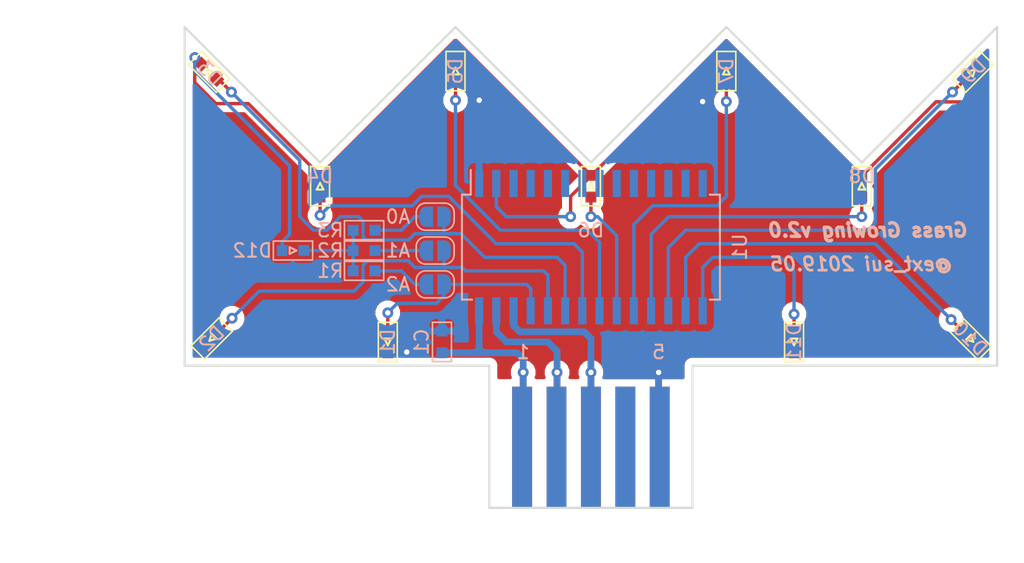
<source format=kicad_pcb>
(kicad_pcb (version 20171130) (host pcbnew "(5.0.2)-1")

  (general
    (thickness 1.6)
    (drawings 21)
    (tracks 246)
    (zones 0)
    (modules 21)
    (nets 34)
  )

  (page A4)
  (layers
    (0 F.Cu signal)
    (31 B.Cu signal)
    (32 B.Adhes user)
    (33 F.Adhes user)
    (34 B.Paste user)
    (35 F.Paste user)
    (36 B.SilkS user)
    (37 F.SilkS user)
    (38 B.Mask user)
    (39 F.Mask user)
    (40 Dwgs.User user)
    (41 Cmts.User user)
    (42 Eco1.User user)
    (43 Eco2.User user)
    (44 Edge.Cuts user)
    (45 Margin user)
    (46 B.CrtYd user)
    (47 F.CrtYd user)
    (48 B.Fab user)
    (49 F.Fab user)
  )

  (setup
    (last_trace_width 0.5)
    (user_trace_width 0.5)
    (user_trace_width 1)
    (trace_clearance 0.2)
    (zone_clearance 0.508)
    (zone_45_only no)
    (trace_min 0.2)
    (segment_width 0.2)
    (edge_width 0.15)
    (via_size 0.8)
    (via_drill 0.4)
    (via_min_size 0.4)
    (via_min_drill 0.3)
    (uvia_size 0.3)
    (uvia_drill 0.1)
    (uvias_allowed no)
    (uvia_min_size 0.2)
    (uvia_min_drill 0.1)
    (pcb_text_width 0.3)
    (pcb_text_size 1.5 1.5)
    (mod_edge_width 0.15)
    (mod_text_size 1 1)
    (mod_text_width 0.15)
    (pad_size 1.524 1.524)
    (pad_drill 0.762)
    (pad_to_mask_clearance 0.051)
    (solder_mask_min_width 0.25)
    (aux_axis_origin 100 125)
    (visible_elements 7FFFFFFF)
    (pcbplotparams
      (layerselection 0x010f0_ffffffff)
      (usegerberextensions true)
      (usegerberattributes false)
      (usegerberadvancedattributes false)
      (creategerberjobfile false)
      (excludeedgelayer true)
      (linewidth 0.100000)
      (plotframeref false)
      (viasonmask false)
      (mode 1)
      (useauxorigin false)
      (hpglpennumber 1)
      (hpglpenspeed 20)
      (hpglpendiameter 15.000000)
      (psnegative false)
      (psa4output false)
      (plotreference true)
      (plotvalue true)
      (plotinvisibletext false)
      (padsonsilk true)
      (subtractmaskfromsilk false)
      (outputformat 1)
      (mirror false)
      (drillshape 0)
      (scaleselection 1)
      (outputdirectory "Gerber/"))
  )

  (net 0 "")
  (net 1 +5V)
  (net 2 GND)
  (net 3 "Net-(D1-Pad1)")
  (net 4 "Net-(D1-Pad2)")
  (net 5 "Net-(D2-Pad2)")
  (net 6 "Net-(D3-Pad2)")
  (net 7 "Net-(D4-Pad2)")
  (net 8 "Net-(D5-Pad2)")
  (net 9 "Net-(D6-Pad2)")
  (net 10 "Net-(D7-Pad2)")
  (net 11 "Net-(D8-Pad2)")
  (net 12 "Net-(D9-Pad2)")
  (net 13 "Net-(D10-Pad2)")
  (net 14 "Net-(D11-Pad2)")
  (net 15 "Net-(D12-Pad1)")
  (net 16 "Net-(JP1-Pad1)")
  (net 17 "Net-(JP2-Pad1)")
  (net 18 "Net-(JP3-Pad1)")
  (net 19 SCL)
  (net 20 SDA)
  (net 21 "Net-(U1-Pad3)")
  (net 22 "Net-(U1-Pad4)")
  (net 23 "Net-(U1-Pad5)")
  (net 24 "Net-(U1-Pad6)")
  (net 25 "Net-(U1-Pad7)")
  (net 26 "Net-(U1-Pad8)")
  (net 27 "Net-(U1-Pad9)")
  (net 28 "Net-(U1-Pad10)")
  (net 29 "Net-(U1-Pad11)")
  (net 30 "Net-(U1-Pad12)")
  (net 31 "Net-(U1-Pad13)")
  (net 32 "Net-(U1-Pad14)")
  (net 33 "Net-(J1-Pad4)")

  (net_class Default "これはデフォルトのネット クラスです。"
    (clearance 0.2)
    (trace_width 0.25)
    (via_dia 0.8)
    (via_drill 0.4)
    (uvia_dia 0.3)
    (uvia_drill 0.1)
    (add_net +5V)
    (add_net GND)
    (add_net "Net-(D1-Pad1)")
    (add_net "Net-(D1-Pad2)")
    (add_net "Net-(D10-Pad2)")
    (add_net "Net-(D11-Pad2)")
    (add_net "Net-(D12-Pad1)")
    (add_net "Net-(D2-Pad2)")
    (add_net "Net-(D3-Pad2)")
    (add_net "Net-(D4-Pad2)")
    (add_net "Net-(D5-Pad2)")
    (add_net "Net-(D6-Pad2)")
    (add_net "Net-(D7-Pad2)")
    (add_net "Net-(D8-Pad2)")
    (add_net "Net-(D9-Pad2)")
    (add_net "Net-(J1-Pad4)")
    (add_net "Net-(JP1-Pad1)")
    (add_net "Net-(JP2-Pad1)")
    (add_net "Net-(JP3-Pad1)")
    (add_net "Net-(U1-Pad10)")
    (add_net "Net-(U1-Pad11)")
    (add_net "Net-(U1-Pad12)")
    (add_net "Net-(U1-Pad13)")
    (add_net "Net-(U1-Pad14)")
    (add_net "Net-(U1-Pad3)")
    (add_net "Net-(U1-Pad4)")
    (add_net "Net-(U1-Pad5)")
    (add_net "Net-(U1-Pad6)")
    (add_net "Net-(U1-Pad7)")
    (add_net "Net-(U1-Pad8)")
    (add_net "Net-(U1-Pad9)")
    (add_net SCL)
    (add_net SDA)
  )

  (module extsui:EDAC_5P_P2.54mm (layer F.Cu) (tedit 5CEA6D78) (tstamp 5D13B2B8)
    (at 130 156)
    (path /5CEBBC43)
    (fp_text reference J1 (at 0 -8.39) (layer F.SilkS) hide
      (effects (font (size 1 1) (thickness 0.15)))
    )
    (fp_text value Conn_01x05 (at 0 -9.39) (layer F.Fab)
      (effects (font (size 1 1) (thickness 0.15)))
    )
    (fp_line (start -7.47 4.445) (end 7.47 4.445) (layer F.CrtYd) (width 0.15))
    (fp_line (start 7.47 4.445) (end 7.47 -6.045) (layer F.CrtYd) (width 0.15))
    (fp_line (start -7.47 4.445) (end -7.47 -6.045) (layer F.CrtYd) (width 0.15))
    (pad 1 smd rect (at -5.08 0) (size 1.47 8.89) (layers F.Cu F.Paste F.Mask)
      (net 1 +5V))
    (pad 2 smd rect (at -2.54 0) (size 1.47 8.89) (layers F.Cu F.Paste F.Mask)
      (net 20 SDA))
    (pad 3 smd rect (at 0 0) (size 1.47 8.89) (layers F.Cu F.Paste F.Mask)
      (net 19 SCL))
    (pad 4 smd rect (at 2.54 0) (size 1.47 8.89) (layers F.Cu F.Paste F.Mask)
      (net 33 "Net-(J1-Pad4)"))
    (pad 5 smd rect (at 5.08 0) (size 1.47 8.89) (layers F.Cu F.Paste F.Mask)
      (net 2 GND))
    (pad 1 smd rect (at -5.08 0) (size 1.47 8.89) (layers B.Cu B.Paste B.Mask)
      (net 1 +5V))
    (pad 2 smd rect (at -2.54 0) (size 1.47 8.89) (layers B.Cu B.Paste B.Mask)
      (net 20 SDA))
    (pad 3 smd rect (at 0 0) (size 1.47 8.89) (layers B.Cu B.Paste B.Mask)
      (net 19 SCL))
    (pad 4 smd rect (at 2.54 0) (size 1.47 8.89) (layers B.Cu B.Paste B.Mask)
      (net 33 "Net-(J1-Pad4)"))
    (pad 5 smd rect (at 5.08 0) (size 1.47 8.89) (layers B.Cu B.Paste B.Mask)
      (net 2 GND))
  )

  (module extsui:C_1608_HandSolderingCustom (layer B.Cu) (tedit 59AACAE3) (tstamp 5C7802B7)
    (at 119 148.25 90)
    (descr "Resistor SMD 0603, hand soldering")
    (tags "resistor 0603")
    (path /5C2DF16B)
    (attr smd)
    (fp_text reference C1 (at 0 -1.5 90) (layer B.SilkS)
      (effects (font (size 1 1) (thickness 0.15)) (justify mirror))
    )
    (fp_text value 0.1u (at 0 -1.55 90) (layer B.Fab)
      (effects (font (size 1 1) (thickness 0.15)) (justify mirror))
    )
    (fp_line (start -1.45 0.7) (end -1.45 -0.7) (layer B.SilkS) (width 0.12))
    (fp_line (start 1.45 0.7) (end 1.45 -0.7) (layer B.SilkS) (width 0.12))
    (fp_text user %R (at 0 0 90) (layer B.Fab)
      (effects (font (size 0.4 0.4) (thickness 0.075)) (justify mirror))
    )
    (fp_line (start -0.8 -0.4) (end -0.8 0.4) (layer B.Fab) (width 0.1))
    (fp_line (start 0.8 -0.4) (end -0.8 -0.4) (layer B.Fab) (width 0.1))
    (fp_line (start 0.8 0.4) (end 0.8 -0.4) (layer B.Fab) (width 0.1))
    (fp_line (start -0.8 0.4) (end 0.8 0.4) (layer B.Fab) (width 0.1))
    (fp_line (start 1.45 -0.7) (end -1.45 -0.7) (layer B.SilkS) (width 0.12))
    (fp_line (start -1.45 0.7) (end 1.45 0.7) (layer B.SilkS) (width 0.12))
    (fp_line (start -1.45 0.7) (end 1.45 0.7) (layer B.CrtYd) (width 0.05))
    (fp_line (start -1.45 0.7) (end -1.45 -0.7) (layer B.CrtYd) (width 0.05))
    (fp_line (start 1.45 -0.7) (end 1.45 0.7) (layer B.CrtYd) (width 0.05))
    (fp_line (start 1.45 -0.7) (end -1.46 -0.7) (layer B.CrtYd) (width 0.05))
    (pad 1 smd rect (at -0.8 0 90) (size 0.8 0.8) (layers B.Cu B.Paste B.Mask)
      (net 1 +5V))
    (pad 2 smd rect (at 0.8 0 90) (size 0.8 0.8) (layers B.Cu B.Paste B.Mask)
      (net 2 GND))
    (model ${KISYS3DMOD}/Resistors_SMD.3dshapes/R_0603.wrl
      (at (xyz 0 0 0))
      (scale (xyz 1 1 1))
      (rotate (xyz 0 0 0))
    )
  )

  (module Jumper:SolderJumper-2_P1.3mm_Open_RoundedPad1.0x1.5mm (layer B.Cu) (tedit 5C2EE489) (tstamp 5C52B6FB)
    (at 118.5 144)
    (descr "SMD Solder Jumper, 1x1.5mm, rounded Pads, 0.3mm gap, open")
    (tags "solder jumper open")
    (path /5C2CB500)
    (attr virtual)
    (fp_text reference JP1 (at -3 -1) (layer B.SilkS) hide
      (effects (font (size 1 1) (thickness 0.15)) (justify mirror))
    )
    (fp_text value A2 (at -2.75 0) (layer B.SilkS)
      (effects (font (size 1 1) (thickness 0.15)) (justify mirror))
    )
    (fp_arc (start 0.7 0.3) (end 1.4 0.3) (angle 90) (layer B.SilkS) (width 0.12))
    (fp_arc (start 0.7 -0.3) (end 0.7 -1) (angle 90) (layer B.SilkS) (width 0.12))
    (fp_arc (start -0.7 -0.3) (end -1.4 -0.3) (angle 90) (layer B.SilkS) (width 0.12))
    (fp_arc (start -0.7 0.3) (end -0.7 1) (angle 90) (layer B.SilkS) (width 0.12))
    (fp_line (start -1.4 -0.3) (end -1.4 0.3) (layer B.SilkS) (width 0.12))
    (fp_line (start 0.7 -1) (end -0.7 -1) (layer B.SilkS) (width 0.12))
    (fp_line (start 1.4 0.3) (end 1.4 -0.3) (layer B.SilkS) (width 0.12))
    (fp_line (start -0.7 1) (end 0.7 1) (layer B.SilkS) (width 0.12))
    (fp_line (start -1.65 1.25) (end 1.65 1.25) (layer B.CrtYd) (width 0.05))
    (fp_line (start -1.65 1.25) (end -1.65 -1.25) (layer B.CrtYd) (width 0.05))
    (fp_line (start 1.65 -1.25) (end 1.65 1.25) (layer B.CrtYd) (width 0.05))
    (fp_line (start 1.65 -1.25) (end -1.65 -1.25) (layer B.CrtYd) (width 0.05))
    (pad 1 smd custom (at -0.65 0) (size 1 0.5) (layers B.Cu B.Mask)
      (net 16 "Net-(JP1-Pad1)") (zone_connect 0)
      (options (clearance outline) (anchor rect))
      (primitives
        (gr_circle (center 0 -0.25) (end 0.5 -0.25) (width 0))
        (gr_circle (center 0 0.25) (end 0.5 0.25) (width 0))
        (gr_poly (pts
           (xy 0 0.75) (xy 0.5 0.75) (xy 0.5 -0.75) (xy 0 -0.75)) (width 0))
      ))
    (pad 2 smd custom (at 0.65 0) (size 1 0.5) (layers B.Cu B.Mask)
      (net 4 "Net-(D1-Pad2)") (zone_connect 0)
      (options (clearance outline) (anchor rect))
      (primitives
        (gr_circle (center 0 -0.25) (end 0.5 -0.25) (width 0))
        (gr_circle (center 0 0.25) (end 0.5 0.25) (width 0))
        (gr_poly (pts
           (xy 0 0.75) (xy -0.5 0.75) (xy -0.5 -0.75) (xy 0 -0.75)) (width 0))
      ))
  )

  (module Jumper:SolderJumper-2_P1.3mm_Open_RoundedPad1.0x1.5mm (layer B.Cu) (tedit 5C2EE47E) (tstamp 5C7810E1)
    (at 118.5 141.5)
    (descr "SMD Solder Jumper, 1x1.5mm, rounded Pads, 0.3mm gap, open")
    (tags "solder jumper open")
    (path /5C2CB546)
    (attr virtual)
    (fp_text reference JP2 (at -3 0) (layer B.SilkS) hide
      (effects (font (size 1 1) (thickness 0.15)) (justify mirror))
    )
    (fp_text value A1 (at -2.75 0) (layer B.SilkS)
      (effects (font (size 1 1) (thickness 0.15)) (justify mirror))
    )
    (fp_line (start 1.65 -1.25) (end -1.65 -1.25) (layer B.CrtYd) (width 0.05))
    (fp_line (start 1.65 -1.25) (end 1.65 1.25) (layer B.CrtYd) (width 0.05))
    (fp_line (start -1.65 1.25) (end -1.65 -1.25) (layer B.CrtYd) (width 0.05))
    (fp_line (start -1.65 1.25) (end 1.65 1.25) (layer B.CrtYd) (width 0.05))
    (fp_line (start -0.7 1) (end 0.7 1) (layer B.SilkS) (width 0.12))
    (fp_line (start 1.4 0.3) (end 1.4 -0.3) (layer B.SilkS) (width 0.12))
    (fp_line (start 0.7 -1) (end -0.7 -1) (layer B.SilkS) (width 0.12))
    (fp_line (start -1.4 -0.3) (end -1.4 0.3) (layer B.SilkS) (width 0.12))
    (fp_arc (start -0.7 0.3) (end -0.7 1) (angle 90) (layer B.SilkS) (width 0.12))
    (fp_arc (start -0.7 -0.3) (end -1.4 -0.3) (angle 90) (layer B.SilkS) (width 0.12))
    (fp_arc (start 0.7 -0.3) (end 0.7 -1) (angle 90) (layer B.SilkS) (width 0.12))
    (fp_arc (start 0.7 0.3) (end 1.4 0.3) (angle 90) (layer B.SilkS) (width 0.12))
    (pad 2 smd custom (at 0.65 0) (size 1 0.5) (layers B.Cu B.Mask)
      (net 5 "Net-(D2-Pad2)") (zone_connect 0)
      (options (clearance outline) (anchor rect))
      (primitives
        (gr_circle (center 0 -0.25) (end 0.5 -0.25) (width 0))
        (gr_circle (center 0 0.25) (end 0.5 0.25) (width 0))
        (gr_poly (pts
           (xy 0 0.75) (xy -0.5 0.75) (xy -0.5 -0.75) (xy 0 -0.75)) (width 0))
      ))
    (pad 1 smd custom (at -0.65 0) (size 1 0.5) (layers B.Cu B.Mask)
      (net 17 "Net-(JP2-Pad1)") (zone_connect 0)
      (options (clearance outline) (anchor rect))
      (primitives
        (gr_circle (center 0 -0.25) (end 0.5 -0.25) (width 0))
        (gr_circle (center 0 0.25) (end 0.5 0.25) (width 0))
        (gr_poly (pts
           (xy 0 0.75) (xy 0.5 0.75) (xy 0.5 -0.75) (xy 0 -0.75)) (width 0))
      ))
  )

  (module Jumper:SolderJumper-2_P1.3mm_Open_RoundedPad1.0x1.5mm (layer B.Cu) (tedit 5C2EE466) (tstamp 5C52B71F)
    (at 118.5 139)
    (descr "SMD Solder Jumper, 1x1.5mm, rounded Pads, 0.3mm gap, open")
    (tags "solder jumper open")
    (path /5C2CB568)
    (attr virtual)
    (fp_text reference JP3 (at -3 1) (layer B.SilkS) hide
      (effects (font (size 1 1) (thickness 0.15)) (justify mirror))
    )
    (fp_text value A0 (at -2.75 0) (layer B.SilkS)
      (effects (font (size 1 1) (thickness 0.15)) (justify mirror))
    )
    (fp_arc (start 0.7 0.3) (end 1.4 0.3) (angle 90) (layer B.SilkS) (width 0.12))
    (fp_arc (start 0.7 -0.3) (end 0.7 -1) (angle 90) (layer B.SilkS) (width 0.12))
    (fp_arc (start -0.7 -0.3) (end -1.4 -0.3) (angle 90) (layer B.SilkS) (width 0.12))
    (fp_arc (start -0.7 0.3) (end -0.7 1) (angle 90) (layer B.SilkS) (width 0.12))
    (fp_line (start -1.4 -0.3) (end -1.4 0.3) (layer B.SilkS) (width 0.12))
    (fp_line (start 0.7 -1) (end -0.7 -1) (layer B.SilkS) (width 0.12))
    (fp_line (start 1.4 0.3) (end 1.4 -0.3) (layer B.SilkS) (width 0.12))
    (fp_line (start -0.7 1) (end 0.7 1) (layer B.SilkS) (width 0.12))
    (fp_line (start -1.65 1.25) (end 1.65 1.25) (layer B.CrtYd) (width 0.05))
    (fp_line (start -1.65 1.25) (end -1.65 -1.25) (layer B.CrtYd) (width 0.05))
    (fp_line (start 1.65 -1.25) (end 1.65 1.25) (layer B.CrtYd) (width 0.05))
    (fp_line (start 1.65 -1.25) (end -1.65 -1.25) (layer B.CrtYd) (width 0.05))
    (pad 1 smd custom (at -0.65 0) (size 1 0.5) (layers B.Cu B.Mask)
      (net 18 "Net-(JP3-Pad1)") (zone_connect 0)
      (options (clearance outline) (anchor rect))
      (primitives
        (gr_circle (center 0 -0.25) (end 0.5 -0.25) (width 0))
        (gr_circle (center 0 0.25) (end 0.5 0.25) (width 0))
        (gr_poly (pts
           (xy 0 0.75) (xy 0.5 0.75) (xy 0.5 -0.75) (xy 0 -0.75)) (width 0))
      ))
    (pad 2 smd custom (at 0.65 0) (size 1 0.5) (layers B.Cu B.Mask)
      (net 6 "Net-(D3-Pad2)") (zone_connect 0)
      (options (clearance outline) (anchor rect))
      (primitives
        (gr_circle (center 0 -0.25) (end 0.5 -0.25) (width 0))
        (gr_circle (center 0 0.25) (end 0.5 0.25) (width 0))
        (gr_poly (pts
           (xy 0 0.75) (xy -0.5 0.75) (xy -0.5 -0.75) (xy 0 -0.75)) (width 0))
      ))
  )

  (module extsui:R_1608_HandSolderingCustom (layer B.Cu) (tedit 59AAD1B0) (tstamp 5C52B732)
    (at 113.25 143 180)
    (descr "Resistor SMD 0603, hand soldering")
    (tags "resistor 0603")
    (path /5C2CAF32)
    (attr smd)
    (fp_text reference R1 (at 2.5 0 180) (layer B.SilkS)
      (effects (font (size 1 1) (thickness 0.15)) (justify mirror))
    )
    (fp_text value 39k (at 0 -1.55 180) (layer B.Fab)
      (effects (font (size 1 1) (thickness 0.15)) (justify mirror))
    )
    (fp_line (start -1.45 0.7) (end -1.45 -0.7) (layer B.SilkS) (width 0.12))
    (fp_line (start 1.45 0.7) (end 1.45 -0.7) (layer B.SilkS) (width 0.12))
    (fp_text user %R (at 0 0 180) (layer B.Fab)
      (effects (font (size 0.4 0.4) (thickness 0.075)) (justify mirror))
    )
    (fp_line (start -0.8 -0.4) (end -0.8 0.4) (layer B.Fab) (width 0.1))
    (fp_line (start 0.8 -0.4) (end -0.8 -0.4) (layer B.Fab) (width 0.1))
    (fp_line (start 0.8 0.4) (end 0.8 -0.4) (layer B.Fab) (width 0.1))
    (fp_line (start -0.8 0.4) (end 0.8 0.4) (layer B.Fab) (width 0.1))
    (fp_line (start 1.45 -0.7) (end -1.45 -0.7) (layer B.SilkS) (width 0.12))
    (fp_line (start -1.45 0.7) (end 1.45 0.7) (layer B.SilkS) (width 0.12))
    (fp_line (start -1.45 0.7) (end 1.45 0.7) (layer B.CrtYd) (width 0.05))
    (fp_line (start -1.45 0.7) (end -1.45 -0.7) (layer B.CrtYd) (width 0.05))
    (fp_line (start 1.45 -0.7) (end 1.45 0.7) (layer B.CrtYd) (width 0.05))
    (fp_line (start 1.45 -0.7) (end -1.46 -0.7) (layer B.CrtYd) (width 0.05))
    (pad 1 smd rect (at -0.8 0 180) (size 0.8 0.8) (layers B.Cu B.Paste B.Mask)
      (net 16 "Net-(JP1-Pad1)"))
    (pad 2 smd rect (at 0.8 0 180) (size 0.8 0.8) (layers B.Cu B.Paste B.Mask)
      (net 15 "Net-(D12-Pad1)"))
    (model ${KISYS3DMOD}/Resistors_SMD.3dshapes/R_0603.wrl
      (at (xyz 0 0 0))
      (scale (xyz 1 1 1))
      (rotate (xyz 0 0 0))
    )
  )

  (module extsui:R_1608_HandSolderingCustom (layer B.Cu) (tedit 59AAD1B0) (tstamp 5C52B745)
    (at 113.25 141.5 180)
    (descr "Resistor SMD 0603, hand soldering")
    (tags "resistor 0603")
    (path /5C2CAF7E)
    (attr smd)
    (fp_text reference R2 (at 2.5 0 180) (layer B.SilkS)
      (effects (font (size 1 1) (thickness 0.15)) (justify mirror))
    )
    (fp_text value 39k (at 0 -1.55 180) (layer B.Fab)
      (effects (font (size 1 1) (thickness 0.15)) (justify mirror))
    )
    (fp_line (start 1.45 -0.7) (end -1.46 -0.7) (layer B.CrtYd) (width 0.05))
    (fp_line (start 1.45 -0.7) (end 1.45 0.7) (layer B.CrtYd) (width 0.05))
    (fp_line (start -1.45 0.7) (end -1.45 -0.7) (layer B.CrtYd) (width 0.05))
    (fp_line (start -1.45 0.7) (end 1.45 0.7) (layer B.CrtYd) (width 0.05))
    (fp_line (start -1.45 0.7) (end 1.45 0.7) (layer B.SilkS) (width 0.12))
    (fp_line (start 1.45 -0.7) (end -1.45 -0.7) (layer B.SilkS) (width 0.12))
    (fp_line (start -0.8 0.4) (end 0.8 0.4) (layer B.Fab) (width 0.1))
    (fp_line (start 0.8 0.4) (end 0.8 -0.4) (layer B.Fab) (width 0.1))
    (fp_line (start 0.8 -0.4) (end -0.8 -0.4) (layer B.Fab) (width 0.1))
    (fp_line (start -0.8 -0.4) (end -0.8 0.4) (layer B.Fab) (width 0.1))
    (fp_text user %R (at 0 0 180) (layer B.Fab)
      (effects (font (size 0.4 0.4) (thickness 0.075)) (justify mirror))
    )
    (fp_line (start 1.45 0.7) (end 1.45 -0.7) (layer B.SilkS) (width 0.12))
    (fp_line (start -1.45 0.7) (end -1.45 -0.7) (layer B.SilkS) (width 0.12))
    (pad 2 smd rect (at 0.8 0 180) (size 0.8 0.8) (layers B.Cu B.Paste B.Mask)
      (net 15 "Net-(D12-Pad1)"))
    (pad 1 smd rect (at -0.8 0 180) (size 0.8 0.8) (layers B.Cu B.Paste B.Mask)
      (net 17 "Net-(JP2-Pad1)"))
    (model ${KISYS3DMOD}/Resistors_SMD.3dshapes/R_0603.wrl
      (at (xyz 0 0 0))
      (scale (xyz 1 1 1))
      (rotate (xyz 0 0 0))
    )
  )

  (module extsui:R_1608_HandSolderingCustom (layer B.Cu) (tedit 59AAD1B0) (tstamp 5C2EE098)
    (at 113.25 140 180)
    (descr "Resistor SMD 0603, hand soldering")
    (tags "resistor 0603")
    (path /5C2CAFA0)
    (attr smd)
    (fp_text reference R3 (at 2.5 0 180) (layer B.SilkS)
      (effects (font (size 1 1) (thickness 0.15)) (justify mirror))
    )
    (fp_text value 39k (at 0 -1.55 180) (layer B.Fab)
      (effects (font (size 1 1) (thickness 0.15)) (justify mirror))
    )
    (fp_line (start -1.45 0.7) (end -1.45 -0.7) (layer B.SilkS) (width 0.12))
    (fp_line (start 1.45 0.7) (end 1.45 -0.7) (layer B.SilkS) (width 0.12))
    (fp_text user %R (at 0 0 180) (layer B.Fab)
      (effects (font (size 0.4 0.4) (thickness 0.075)) (justify mirror))
    )
    (fp_line (start -0.8 -0.4) (end -0.8 0.4) (layer B.Fab) (width 0.1))
    (fp_line (start 0.8 -0.4) (end -0.8 -0.4) (layer B.Fab) (width 0.1))
    (fp_line (start 0.8 0.4) (end 0.8 -0.4) (layer B.Fab) (width 0.1))
    (fp_line (start -0.8 0.4) (end 0.8 0.4) (layer B.Fab) (width 0.1))
    (fp_line (start 1.45 -0.7) (end -1.45 -0.7) (layer B.SilkS) (width 0.12))
    (fp_line (start -1.45 0.7) (end 1.45 0.7) (layer B.SilkS) (width 0.12))
    (fp_line (start -1.45 0.7) (end 1.45 0.7) (layer B.CrtYd) (width 0.05))
    (fp_line (start -1.45 0.7) (end -1.45 -0.7) (layer B.CrtYd) (width 0.05))
    (fp_line (start 1.45 -0.7) (end 1.45 0.7) (layer B.CrtYd) (width 0.05))
    (fp_line (start 1.45 -0.7) (end -1.46 -0.7) (layer B.CrtYd) (width 0.05))
    (pad 1 smd rect (at -0.8 0 180) (size 0.8 0.8) (layers B.Cu B.Paste B.Mask)
      (net 18 "Net-(JP3-Pad1)"))
    (pad 2 smd rect (at 0.8 0 180) (size 0.8 0.8) (layers B.Cu B.Paste B.Mask)
      (net 15 "Net-(D12-Pad1)"))
    (model ${KISYS3DMOD}/Resistors_SMD.3dshapes/R_0603.wrl
      (at (xyz 0 0 0))
      (scale (xyz 1 1 1))
      (rotate (xyz 0 0 0))
    )
  )

  (module Package_SO:SOIC-28W_7.5x18.7mm_P1.27mm (layer B.Cu) (tedit 5A02F2D3) (tstamp 5C6B74C1)
    (at 130 141.25 270)
    (descr "28-Lead Plastic Small Outline (SO) - Wide, 7.50 mm X 18.7 mm Body [SOIC] (https://www.akm.com/akm/en/file/datasheet/AK5394AVS.pdf)")
    (tags "SOIC 1.27")
    (path /5C2B207A)
    (attr smd)
    (fp_text reference U1 (at 0 -11 270) (layer B.SilkS)
      (effects (font (size 1 1) (thickness 0.15)) (justify mirror))
    )
    (fp_text value HT16K33-28SOP (at 0 -10.45 270) (layer B.Fab)
      (effects (font (size 1 1) (thickness 0.15)) (justify mirror))
    )
    (fp_text user %R (at 0 0 270) (layer B.Fab)
      (effects (font (size 1 1) (thickness 0.15)) (justify mirror))
    )
    (fp_line (start -2.75 9.35) (end 3.75 9.35) (layer B.Fab) (width 0.15))
    (fp_line (start 3.75 9.35) (end 3.75 -9.35) (layer B.Fab) (width 0.15))
    (fp_line (start 3.75 -9.35) (end -3.75 -9.35) (layer B.Fab) (width 0.15))
    (fp_line (start -3.75 -9.35) (end -3.75 8.35) (layer B.Fab) (width 0.15))
    (fp_line (start -3.75 8.35) (end -2.75 9.35) (layer B.Fab) (width 0.15))
    (fp_line (start -5.95 9.7) (end -5.95 -9.7) (layer B.CrtYd) (width 0.05))
    (fp_line (start 5.95 9.7) (end 5.95 -9.7) (layer B.CrtYd) (width 0.05))
    (fp_line (start -5.95 9.7) (end 5.95 9.7) (layer B.CrtYd) (width 0.05))
    (fp_line (start -5.95 -9.7) (end 5.95 -9.7) (layer B.CrtYd) (width 0.05))
    (fp_line (start -3.875 9.525) (end -3.875 8.875) (layer B.SilkS) (width 0.15))
    (fp_line (start 3.875 9.525) (end 3.875 8.78) (layer B.SilkS) (width 0.15))
    (fp_line (start 3.875 -9.525) (end 3.875 -8.78) (layer B.SilkS) (width 0.15))
    (fp_line (start -3.875 -9.525) (end -3.875 -8.78) (layer B.SilkS) (width 0.15))
    (fp_line (start -3.875 9.525) (end 3.875 9.525) (layer B.SilkS) (width 0.15))
    (fp_line (start -3.875 -9.525) (end 3.875 -9.525) (layer B.SilkS) (width 0.15))
    (fp_line (start -3.875 8.875) (end -5.7 8.875) (layer B.SilkS) (width 0.15))
    (pad 1 smd rect (at -4.7 8.255 270) (size 2 0.6) (layers B.Cu B.Paste B.Mask)
      (net 2 GND))
    (pad 2 smd rect (at -4.7 6.985 270) (size 2 0.6) (layers B.Cu B.Paste B.Mask)
      (net 3 "Net-(D1-Pad1)"))
    (pad 3 smd rect (at -4.7 5.715 270) (size 2 0.6) (layers B.Cu B.Paste B.Mask)
      (net 21 "Net-(U1-Pad3)"))
    (pad 4 smd rect (at -4.7 4.445 270) (size 2 0.6) (layers B.Cu B.Paste B.Mask)
      (net 22 "Net-(U1-Pad4)"))
    (pad 5 smd rect (at -4.7 3.175 270) (size 2 0.6) (layers B.Cu B.Paste B.Mask)
      (net 23 "Net-(U1-Pad5)"))
    (pad 6 smd rect (at -4.7 1.905 270) (size 2 0.6) (layers B.Cu B.Paste B.Mask)
      (net 24 "Net-(U1-Pad6)"))
    (pad 7 smd rect (at -4.7 0.635 270) (size 2 0.6) (layers B.Cu B.Paste B.Mask)
      (net 25 "Net-(U1-Pad7)"))
    (pad 8 smd rect (at -4.7 -0.635 270) (size 2 0.6) (layers B.Cu B.Paste B.Mask)
      (net 26 "Net-(U1-Pad8)"))
    (pad 9 smd rect (at -4.7 -1.905 270) (size 2 0.6) (layers B.Cu B.Paste B.Mask)
      (net 27 "Net-(U1-Pad9)"))
    (pad 10 smd rect (at -4.7 -3.175 270) (size 2 0.6) (layers B.Cu B.Paste B.Mask)
      (net 28 "Net-(U1-Pad10)"))
    (pad 11 smd rect (at -4.7 -4.445 270) (size 2 0.6) (layers B.Cu B.Paste B.Mask)
      (net 29 "Net-(U1-Pad11)"))
    (pad 12 smd rect (at -4.7 -5.715 270) (size 2 0.6) (layers B.Cu B.Paste B.Mask)
      (net 30 "Net-(U1-Pad12)"))
    (pad 13 smd rect (at -4.7 -6.985 270) (size 2 0.6) (layers B.Cu B.Paste B.Mask)
      (net 31 "Net-(U1-Pad13)"))
    (pad 14 smd rect (at -4.7 -8.255 270) (size 2 0.6) (layers B.Cu B.Paste B.Mask)
      (net 32 "Net-(U1-Pad14)"))
    (pad 15 smd rect (at 4.7 -8.255 270) (size 2 0.6) (layers B.Cu B.Paste B.Mask)
      (net 14 "Net-(D11-Pad2)"))
    (pad 16 smd rect (at 4.7 -6.985 270) (size 2 0.6) (layers B.Cu B.Paste B.Mask)
      (net 13 "Net-(D10-Pad2)"))
    (pad 17 smd rect (at 4.7 -5.715 270) (size 2 0.6) (layers B.Cu B.Paste B.Mask)
      (net 12 "Net-(D9-Pad2)"))
    (pad 18 smd rect (at 4.7 -4.445 270) (size 2 0.6) (layers B.Cu B.Paste B.Mask)
      (net 11 "Net-(D8-Pad2)"))
    (pad 19 smd rect (at 4.7 -3.175 270) (size 2 0.6) (layers B.Cu B.Paste B.Mask)
      (net 10 "Net-(D7-Pad2)"))
    (pad 20 smd rect (at 4.7 -1.905 270) (size 2 0.6) (layers B.Cu B.Paste B.Mask)
      (net 9 "Net-(D6-Pad2)"))
    (pad 21 smd rect (at 4.7 -0.635 270) (size 2 0.6) (layers B.Cu B.Paste B.Mask)
      (net 8 "Net-(D5-Pad2)"))
    (pad 22 smd rect (at 4.7 0.635 270) (size 2 0.6) (layers B.Cu B.Paste B.Mask)
      (net 7 "Net-(D4-Pad2)"))
    (pad 23 smd rect (at 4.7 1.905 270) (size 2 0.6) (layers B.Cu B.Paste B.Mask)
      (net 6 "Net-(D3-Pad2)"))
    (pad 24 smd rect (at 4.7 3.175 270) (size 2 0.6) (layers B.Cu B.Paste B.Mask)
      (net 5 "Net-(D2-Pad2)"))
    (pad 25 smd rect (at 4.7 4.445 270) (size 2 0.6) (layers B.Cu B.Paste B.Mask)
      (net 4 "Net-(D1-Pad2)"))
    (pad 26 smd rect (at 4.7 5.715 270) (size 2 0.6) (layers B.Cu B.Paste B.Mask)
      (net 19 SCL))
    (pad 27 smd rect (at 4.7 6.985 270) (size 2 0.6) (layers B.Cu B.Paste B.Mask)
      (net 20 SDA))
    (pad 28 smd rect (at 4.7 8.255 270) (size 2 0.6) (layers B.Cu B.Paste B.Mask)
      (net 1 +5V))
    (model ${KISYS3DMOD}/Package_SO.3dshapes/SOIC-28W_7.5x18.7mm_P1.27mm.wrl
      (at (xyz 0 0 0))
      (scale (xyz 1 1 1))
      (rotate (xyz 0 0 0))
    )
  )

  (module extsui:LED_1608_HandSolderingCustom (layer F.Cu) (tedit 5C2EB843) (tstamp 5C77E808)
    (at 115 148.25 90)
    (descr "Resistor SMD 0603, hand soldering")
    (tags "resistor 0603")
    (path /5C2E323A)
    (attr smd)
    (fp_text reference D1 (at 0 0 90) (layer B.SilkS)
      (effects (font (size 1 1) (thickness 0.15)) (justify mirror))
    )
    (fp_text value GLED (at 0 1.55 90) (layer F.Fab)
      (effects (font (size 1 1) (thickness 0.15)))
    )
    (fp_line (start -0.25 0) (end 0.25 0.25) (layer F.SilkS) (width 0.15))
    (fp_line (start -0.25 0) (end 0.25 -0.25) (layer F.SilkS) (width 0.15))
    (fp_line (start 0.25 -0.25) (end 0.25 0.25) (layer F.SilkS) (width 0.15))
    (fp_line (start 1.45 0.7) (end -1.46 0.7) (layer F.CrtYd) (width 0.05))
    (fp_line (start 1.45 0.7) (end 1.45 -0.7) (layer F.CrtYd) (width 0.05))
    (fp_line (start -1.45 -0.7) (end -1.45 0.7) (layer F.CrtYd) (width 0.05))
    (fp_line (start -1.45 -0.7) (end 1.45 -0.7) (layer F.CrtYd) (width 0.05))
    (fp_line (start -1.45 -0.7) (end 1.45 -0.7) (layer F.SilkS) (width 0.12))
    (fp_line (start 1.45 0.7) (end -1.45 0.7) (layer F.SilkS) (width 0.12))
    (fp_line (start -0.8 -0.4) (end 0.8 -0.4) (layer F.Fab) (width 0.1))
    (fp_line (start 0.8 -0.4) (end 0.8 0.4) (layer F.Fab) (width 0.1))
    (fp_line (start 0.8 0.4) (end -0.8 0.4) (layer F.Fab) (width 0.1))
    (fp_line (start -0.8 0.4) (end -0.8 -0.4) (layer F.Fab) (width 0.1))
    (fp_text user %R (at 0 0 90) (layer F.Fab)
      (effects (font (size 0.4 0.4) (thickness 0.075)))
    )
    (fp_line (start 1.45 -0.7) (end 1.45 0.7) (layer F.SilkS) (width 0.12))
    (fp_line (start -1.45 -0.7) (end -1.45 0.7) (layer F.SilkS) (width 0.12))
    (pad 2 smd rect (at 0.8 0 90) (size 0.8 0.8) (layers F.Cu F.Paste F.Mask)
      (net 4 "Net-(D1-Pad2)"))
    (pad 1 smd rect (at -0.8 0 90) (size 0.8 0.8) (layers F.Cu F.Paste F.Mask)
      (net 3 "Net-(D1-Pad1)"))
    (model ${KISYS3DMOD}/Resistors_SMD.3dshapes/R_0603.wrl
      (at (xyz 0 0 0))
      (scale (xyz 1 1 1))
      (rotate (xyz 0 0 0))
    )
  )

  (module extsui:LED_1608_HandSolderingCustom (layer F.Cu) (tedit 5C2EB843) (tstamp 5C77E81E)
    (at 102 148 45)
    (descr "Resistor SMD 0603, hand soldering")
    (tags "resistor 0603")
    (path /5C2E49C9)
    (attr smd)
    (fp_text reference D2 (at 0 0 45) (layer B.SilkS)
      (effects (font (size 1 1) (thickness 0.15)) (justify mirror))
    )
    (fp_text value GLED (at 0 1.55 45) (layer F.Fab)
      (effects (font (size 1 1) (thickness 0.15)))
    )
    (fp_line (start -1.45 -0.7) (end -1.45 0.7) (layer F.SilkS) (width 0.12))
    (fp_line (start 1.45 -0.7) (end 1.45 0.7) (layer F.SilkS) (width 0.12))
    (fp_text user %R (at 0 0 45) (layer F.Fab)
      (effects (font (size 0.4 0.4) (thickness 0.075)))
    )
    (fp_line (start -0.8 0.4) (end -0.8 -0.4) (layer F.Fab) (width 0.1))
    (fp_line (start 0.8 0.4) (end -0.8 0.4) (layer F.Fab) (width 0.1))
    (fp_line (start 0.8 -0.4) (end 0.8 0.4) (layer F.Fab) (width 0.1))
    (fp_line (start -0.8 -0.4) (end 0.8 -0.4) (layer F.Fab) (width 0.1))
    (fp_line (start 1.45 0.7) (end -1.45 0.7) (layer F.SilkS) (width 0.12))
    (fp_line (start -1.45 -0.7) (end 1.45 -0.7) (layer F.SilkS) (width 0.12))
    (fp_line (start -1.45 -0.7) (end 1.45 -0.7) (layer F.CrtYd) (width 0.05))
    (fp_line (start -1.45 -0.7) (end -1.45 0.7) (layer F.CrtYd) (width 0.05))
    (fp_line (start 1.45 0.7) (end 1.45 -0.7) (layer F.CrtYd) (width 0.05))
    (fp_line (start 1.45 0.7) (end -1.46 0.7) (layer F.CrtYd) (width 0.05))
    (fp_line (start 0.25 -0.25) (end 0.25 0.25) (layer F.SilkS) (width 0.15))
    (fp_line (start -0.25 0) (end 0.25 -0.25) (layer F.SilkS) (width 0.15))
    (fp_line (start -0.25 0) (end 0.25 0.25) (layer F.SilkS) (width 0.15))
    (pad 1 smd rect (at -0.799999 0 45) (size 0.8 0.8) (layers F.Cu F.Paste F.Mask)
      (net 3 "Net-(D1-Pad1)"))
    (pad 2 smd rect (at 0.799999 0 45) (size 0.8 0.8) (layers F.Cu F.Paste F.Mask)
      (net 5 "Net-(D2-Pad2)"))
    (model ${KISYS3DMOD}/Resistors_SMD.3dshapes/R_0603.wrl
      (at (xyz 0 0 0))
      (scale (xyz 1 1 1))
      (rotate (xyz 0 0 0))
    )
  )

  (module extsui:LED_1608_HandSolderingCustom (layer F.Cu) (tedit 5C2EB843) (tstamp 5C780490)
    (at 101.8 128.3 315)
    (descr "Resistor SMD 0603, hand soldering")
    (tags "resistor 0603")
    (path /5C2E7A23)
    (attr smd)
    (fp_text reference D3 (at 0.117157 0.024264 315) (layer B.SilkS)
      (effects (font (size 1 1) (thickness 0.15)) (justify mirror))
    )
    (fp_text value GLED (at 0 1.55 315) (layer F.Fab)
      (effects (font (size 1 1) (thickness 0.15)))
    )
    (fp_line (start -0.25 0) (end 0.25 0.25) (layer F.SilkS) (width 0.15))
    (fp_line (start -0.25 0) (end 0.25 -0.25) (layer F.SilkS) (width 0.15))
    (fp_line (start 0.25 -0.25) (end 0.25 0.25) (layer F.SilkS) (width 0.15))
    (fp_line (start 1.45 0.7) (end -1.46 0.7) (layer F.CrtYd) (width 0.05))
    (fp_line (start 1.45 0.7) (end 1.45 -0.7) (layer F.CrtYd) (width 0.05))
    (fp_line (start -1.45 -0.7) (end -1.45 0.7) (layer F.CrtYd) (width 0.05))
    (fp_line (start -1.45 -0.7) (end 1.45 -0.7) (layer F.CrtYd) (width 0.05))
    (fp_line (start -1.45 -0.7) (end 1.45 -0.7) (layer F.SilkS) (width 0.12))
    (fp_line (start 1.45 0.7) (end -1.45 0.7) (layer F.SilkS) (width 0.12))
    (fp_line (start -0.8 -0.4) (end 0.8 -0.4) (layer F.Fab) (width 0.1))
    (fp_line (start 0.8 -0.4) (end 0.8 0.4) (layer F.Fab) (width 0.1))
    (fp_line (start 0.8 0.4) (end -0.8 0.4) (layer F.Fab) (width 0.1))
    (fp_line (start -0.8 0.4) (end -0.8 -0.4) (layer F.Fab) (width 0.1))
    (fp_text user %R (at 0 0 315) (layer F.Fab)
      (effects (font (size 0.4 0.4) (thickness 0.075)))
    )
    (fp_line (start 1.45 -0.7) (end 1.45 0.7) (layer F.SilkS) (width 0.12))
    (fp_line (start -1.45 -0.7) (end -1.45 0.7) (layer F.SilkS) (width 0.12))
    (pad 2 smd rect (at 0.799999 0 315) (size 0.8 0.8) (layers F.Cu F.Paste F.Mask)
      (net 6 "Net-(D3-Pad2)"))
    (pad 1 smd rect (at -0.799999 0 315) (size 0.8 0.8) (layers F.Cu F.Paste F.Mask)
      (net 3 "Net-(D1-Pad1)"))
    (model ${KISYS3DMOD}/Resistors_SMD.3dshapes/R_0603.wrl
      (at (xyz 0 0 0))
      (scale (xyz 1 1 1))
      (rotate (xyz 0 0 0))
    )
  )

  (module extsui:LED_1608_HandSolderingCustom (layer F.Cu) (tedit 5C2EB843) (tstamp 5C77FC2A)
    (at 110 136.75 270)
    (descr "Resistor SMD 0603, hand soldering")
    (tags "resistor 0603")
    (path /5C2FAC7B)
    (attr smd)
    (fp_text reference D4 (at -0.75 0) (layer B.SilkS)
      (effects (font (size 1 1) (thickness 0.15)) (justify mirror))
    )
    (fp_text value GLED (at 0 1.55 270) (layer F.Fab)
      (effects (font (size 1 1) (thickness 0.15)))
    )
    (fp_line (start -1.45 -0.7) (end -1.45 0.7) (layer F.SilkS) (width 0.12))
    (fp_line (start 1.45 -0.7) (end 1.45 0.7) (layer F.SilkS) (width 0.12))
    (fp_text user %R (at 0 0 270) (layer F.Fab)
      (effects (font (size 0.4 0.4) (thickness 0.075)))
    )
    (fp_line (start -0.8 0.4) (end -0.8 -0.4) (layer F.Fab) (width 0.1))
    (fp_line (start 0.8 0.4) (end -0.8 0.4) (layer F.Fab) (width 0.1))
    (fp_line (start 0.8 -0.4) (end 0.8 0.4) (layer F.Fab) (width 0.1))
    (fp_line (start -0.8 -0.4) (end 0.8 -0.4) (layer F.Fab) (width 0.1))
    (fp_line (start 1.45 0.7) (end -1.45 0.7) (layer F.SilkS) (width 0.12))
    (fp_line (start -1.45 -0.7) (end 1.45 -0.7) (layer F.SilkS) (width 0.12))
    (fp_line (start -1.45 -0.7) (end 1.45 -0.7) (layer F.CrtYd) (width 0.05))
    (fp_line (start -1.45 -0.7) (end -1.45 0.7) (layer F.CrtYd) (width 0.05))
    (fp_line (start 1.45 0.7) (end 1.45 -0.7) (layer F.CrtYd) (width 0.05))
    (fp_line (start 1.45 0.7) (end -1.46 0.7) (layer F.CrtYd) (width 0.05))
    (fp_line (start 0.25 -0.25) (end 0.25 0.25) (layer F.SilkS) (width 0.15))
    (fp_line (start -0.25 0) (end 0.25 -0.25) (layer F.SilkS) (width 0.15))
    (fp_line (start -0.25 0) (end 0.25 0.25) (layer F.SilkS) (width 0.15))
    (pad 1 smd rect (at -0.8 0 270) (size 0.8 0.8) (layers F.Cu F.Paste F.Mask)
      (net 3 "Net-(D1-Pad1)"))
    (pad 2 smd rect (at 0.8 0 270) (size 0.8 0.8) (layers F.Cu F.Paste F.Mask)
      (net 7 "Net-(D4-Pad2)"))
    (model ${KISYS3DMOD}/Resistors_SMD.3dshapes/R_0603.wrl
      (at (xyz 0 0 0))
      (scale (xyz 1 1 1))
      (rotate (xyz 0 0 0))
    )
  )

  (module extsui:LED_1608_HandSolderingCustom (layer F.Cu) (tedit 5C2EB843) (tstamp 5C77EA8B)
    (at 120 128.25 270)
    (descr "Resistor SMD 0603, hand soldering")
    (tags "resistor 0603")
    (path /5C2E8C64)
    (attr smd)
    (fp_text reference D5 (at 0 0 270) (layer B.SilkS)
      (effects (font (size 1 1) (thickness 0.15)) (justify mirror))
    )
    (fp_text value GLED (at 0 1.55 270) (layer F.Fab)
      (effects (font (size 1 1) (thickness 0.15)))
    )
    (fp_line (start -0.25 0) (end 0.25 0.25) (layer F.SilkS) (width 0.15))
    (fp_line (start -0.25 0) (end 0.25 -0.25) (layer F.SilkS) (width 0.15))
    (fp_line (start 0.25 -0.25) (end 0.25 0.25) (layer F.SilkS) (width 0.15))
    (fp_line (start 1.45 0.7) (end -1.46 0.7) (layer F.CrtYd) (width 0.05))
    (fp_line (start 1.45 0.7) (end 1.45 -0.7) (layer F.CrtYd) (width 0.05))
    (fp_line (start -1.45 -0.7) (end -1.45 0.7) (layer F.CrtYd) (width 0.05))
    (fp_line (start -1.45 -0.7) (end 1.45 -0.7) (layer F.CrtYd) (width 0.05))
    (fp_line (start -1.45 -0.7) (end 1.45 -0.7) (layer F.SilkS) (width 0.12))
    (fp_line (start 1.45 0.7) (end -1.45 0.7) (layer F.SilkS) (width 0.12))
    (fp_line (start -0.8 -0.4) (end 0.8 -0.4) (layer F.Fab) (width 0.1))
    (fp_line (start 0.8 -0.4) (end 0.8 0.4) (layer F.Fab) (width 0.1))
    (fp_line (start 0.8 0.4) (end -0.8 0.4) (layer F.Fab) (width 0.1))
    (fp_line (start -0.8 0.4) (end -0.8 -0.4) (layer F.Fab) (width 0.1))
    (fp_text user %R (at 0 0 270) (layer F.Fab)
      (effects (font (size 0.4 0.4) (thickness 0.075)))
    )
    (fp_line (start 1.45 -0.7) (end 1.45 0.7) (layer F.SilkS) (width 0.12))
    (fp_line (start -1.45 -0.7) (end -1.45 0.7) (layer F.SilkS) (width 0.12))
    (pad 2 smd rect (at 0.8 0 270) (size 0.8 0.8) (layers F.Cu F.Paste F.Mask)
      (net 8 "Net-(D5-Pad2)"))
    (pad 1 smd rect (at -0.8 0 270) (size 0.8 0.8) (layers F.Cu F.Paste F.Mask)
      (net 3 "Net-(D1-Pad1)"))
    (model ${KISYS3DMOD}/Resistors_SMD.3dshapes/R_0603.wrl
      (at (xyz 0 0 0))
      (scale (xyz 1 1 1))
      (rotate (xyz 0 0 0))
    )
  )

  (module extsui:LED_1608_HandSolderingCustom (layer F.Cu) (tedit 5C2EB843) (tstamp 5C77EAA1)
    (at 140 128.25 270)
    (descr "Resistor SMD 0603, hand soldering")
    (tags "resistor 0603")
    (path /5C2E4FE3)
    (attr smd)
    (fp_text reference D7 (at 0 0 270) (layer B.SilkS)
      (effects (font (size 1 1) (thickness 0.15)) (justify mirror))
    )
    (fp_text value GLED (at 0 1.55 270) (layer F.Fab)
      (effects (font (size 1 1) (thickness 0.15)))
    )
    (fp_line (start -0.25 0) (end 0.25 0.25) (layer F.SilkS) (width 0.15))
    (fp_line (start -0.25 0) (end 0.25 -0.25) (layer F.SilkS) (width 0.15))
    (fp_line (start 0.25 -0.25) (end 0.25 0.25) (layer F.SilkS) (width 0.15))
    (fp_line (start 1.45 0.7) (end -1.46 0.7) (layer F.CrtYd) (width 0.05))
    (fp_line (start 1.45 0.7) (end 1.45 -0.7) (layer F.CrtYd) (width 0.05))
    (fp_line (start -1.45 -0.7) (end -1.45 0.7) (layer F.CrtYd) (width 0.05))
    (fp_line (start -1.45 -0.7) (end 1.45 -0.7) (layer F.CrtYd) (width 0.05))
    (fp_line (start -1.45 -0.7) (end 1.45 -0.7) (layer F.SilkS) (width 0.12))
    (fp_line (start 1.45 0.7) (end -1.45 0.7) (layer F.SilkS) (width 0.12))
    (fp_line (start -0.8 -0.4) (end 0.8 -0.4) (layer F.Fab) (width 0.1))
    (fp_line (start 0.8 -0.4) (end 0.8 0.4) (layer F.Fab) (width 0.1))
    (fp_line (start 0.8 0.4) (end -0.8 0.4) (layer F.Fab) (width 0.1))
    (fp_line (start -0.8 0.4) (end -0.8 -0.4) (layer F.Fab) (width 0.1))
    (fp_text user %R (at 0 0 270) (layer F.Fab)
      (effects (font (size 0.4 0.4) (thickness 0.075)))
    )
    (fp_line (start 1.45 -0.7) (end 1.45 0.7) (layer F.SilkS) (width 0.12))
    (fp_line (start -1.45 -0.7) (end -1.45 0.7) (layer F.SilkS) (width 0.12))
    (pad 2 smd rect (at 0.8 0 270) (size 0.8 0.8) (layers F.Cu F.Paste F.Mask)
      (net 10 "Net-(D7-Pad2)"))
    (pad 1 smd rect (at -0.8 0 270) (size 0.8 0.8) (layers F.Cu F.Paste F.Mask)
      (net 3 "Net-(D1-Pad1)"))
    (model ${KISYS3DMOD}/Resistors_SMD.3dshapes/R_0603.wrl
      (at (xyz 0 0 0))
      (scale (xyz 1 1 1))
      (rotate (xyz 0 0 0))
    )
  )

  (module extsui:LED_1608_HandSolderingCustom (layer F.Cu) (tedit 5C2EB843) (tstamp 5C77EAB7)
    (at 150 136.75 270)
    (descr "Resistor SMD 0603, hand soldering")
    (tags "resistor 0603")
    (path /5C2FAC89)
    (attr smd)
    (fp_text reference D8 (at -0.75 0) (layer B.SilkS)
      (effects (font (size 1 1) (thickness 0.15)) (justify mirror))
    )
    (fp_text value GLED (at 0 1.55 270) (layer F.Fab)
      (effects (font (size 1 1) (thickness 0.15)))
    )
    (fp_line (start -1.45 -0.7) (end -1.45 0.7) (layer F.SilkS) (width 0.12))
    (fp_line (start 1.45 -0.7) (end 1.45 0.7) (layer F.SilkS) (width 0.12))
    (fp_text user %R (at 0 0 270) (layer F.Fab)
      (effects (font (size 0.4 0.4) (thickness 0.075)))
    )
    (fp_line (start -0.8 0.4) (end -0.8 -0.4) (layer F.Fab) (width 0.1))
    (fp_line (start 0.8 0.4) (end -0.8 0.4) (layer F.Fab) (width 0.1))
    (fp_line (start 0.8 -0.4) (end 0.8 0.4) (layer F.Fab) (width 0.1))
    (fp_line (start -0.8 -0.4) (end 0.8 -0.4) (layer F.Fab) (width 0.1))
    (fp_line (start 1.45 0.7) (end -1.45 0.7) (layer F.SilkS) (width 0.12))
    (fp_line (start -1.45 -0.7) (end 1.45 -0.7) (layer F.SilkS) (width 0.12))
    (fp_line (start -1.45 -0.7) (end 1.45 -0.7) (layer F.CrtYd) (width 0.05))
    (fp_line (start -1.45 -0.7) (end -1.45 0.7) (layer F.CrtYd) (width 0.05))
    (fp_line (start 1.45 0.7) (end 1.45 -0.7) (layer F.CrtYd) (width 0.05))
    (fp_line (start 1.45 0.7) (end -1.46 0.7) (layer F.CrtYd) (width 0.05))
    (fp_line (start 0.25 -0.25) (end 0.25 0.25) (layer F.SilkS) (width 0.15))
    (fp_line (start -0.25 0) (end 0.25 -0.25) (layer F.SilkS) (width 0.15))
    (fp_line (start -0.25 0) (end 0.25 0.25) (layer F.SilkS) (width 0.15))
    (pad 1 smd rect (at -0.8 0 270) (size 0.8 0.8) (layers F.Cu F.Paste F.Mask)
      (net 3 "Net-(D1-Pad1)"))
    (pad 2 smd rect (at 0.8 0 270) (size 0.8 0.8) (layers F.Cu F.Paste F.Mask)
      (net 11 "Net-(D8-Pad2)"))
    (model ${KISYS3DMOD}/Resistors_SMD.3dshapes/R_0603.wrl
      (at (xyz 0 0 0))
      (scale (xyz 1 1 1))
      (rotate (xyz 0 0 0))
    )
  )

  (module extsui:LED_1608_HandSolderingCustom (layer F.Cu) (tedit 5C2EB843) (tstamp 5C77EACD)
    (at 158.2 128.3 225)
    (descr "Resistor SMD 0603, hand soldering")
    (tags "resistor 0603")
    (path /5C2E55DC)
    (attr smd)
    (fp_text reference D9 (at -0.070711 0 225) (layer B.SilkS)
      (effects (font (size 1 1) (thickness 0.15)) (justify mirror))
    )
    (fp_text value GLED (at 0 1.55 225) (layer F.Fab)
      (effects (font (size 1 1) (thickness 0.15)))
    )
    (fp_line (start -1.45 -0.7) (end -1.45 0.7) (layer F.SilkS) (width 0.12))
    (fp_line (start 1.45 -0.7) (end 1.45 0.7) (layer F.SilkS) (width 0.12))
    (fp_text user %R (at 0 0 225) (layer F.Fab)
      (effects (font (size 0.4 0.4) (thickness 0.075)))
    )
    (fp_line (start -0.8 0.4) (end -0.8 -0.4) (layer F.Fab) (width 0.1))
    (fp_line (start 0.8 0.4) (end -0.8 0.4) (layer F.Fab) (width 0.1))
    (fp_line (start 0.8 -0.4) (end 0.8 0.4) (layer F.Fab) (width 0.1))
    (fp_line (start -0.8 -0.4) (end 0.8 -0.4) (layer F.Fab) (width 0.1))
    (fp_line (start 1.45 0.7) (end -1.45 0.7) (layer F.SilkS) (width 0.12))
    (fp_line (start -1.45 -0.7) (end 1.45 -0.7) (layer F.SilkS) (width 0.12))
    (fp_line (start -1.45 -0.7) (end 1.45 -0.7) (layer F.CrtYd) (width 0.05))
    (fp_line (start -1.45 -0.7) (end -1.45 0.7) (layer F.CrtYd) (width 0.05))
    (fp_line (start 1.45 0.7) (end 1.45 -0.7) (layer F.CrtYd) (width 0.05))
    (fp_line (start 1.45 0.7) (end -1.46 0.7) (layer F.CrtYd) (width 0.05))
    (fp_line (start 0.25 -0.25) (end 0.25 0.25) (layer F.SilkS) (width 0.15))
    (fp_line (start -0.25 0) (end 0.25 -0.25) (layer F.SilkS) (width 0.15))
    (fp_line (start -0.25 0) (end 0.25 0.25) (layer F.SilkS) (width 0.15))
    (pad 1 smd rect (at -0.799999 0 225) (size 0.8 0.8) (layers F.Cu F.Paste F.Mask)
      (net 3 "Net-(D1-Pad1)"))
    (pad 2 smd rect (at 0.799999 0 225) (size 0.8 0.8) (layers F.Cu F.Paste F.Mask)
      (net 12 "Net-(D9-Pad2)"))
    (model ${KISYS3DMOD}/Resistors_SMD.3dshapes/R_0603.wrl
      (at (xyz 0 0 0))
      (scale (xyz 1 1 1))
      (rotate (xyz 0 0 0))
    )
  )

  (module extsui:LED_1608_HandSolderingCustom (layer F.Cu) (tedit 5C2EB843) (tstamp 5C77EAE3)
    (at 158.065685 148.065685 135)
    (descr "Resistor SMD 0603, hand soldering")
    (tags "resistor 0603")
    (path /5C2FAC82)
    (attr smd)
    (fp_text reference D10 (at 0.092893 0 135) (layer B.SilkS)
      (effects (font (size 1 1) (thickness 0.15)) (justify mirror))
    )
    (fp_text value GLED (at 0 1.55 135) (layer F.Fab)
      (effects (font (size 1 1) (thickness 0.15)))
    )
    (fp_line (start -0.25 0) (end 0.25 0.25) (layer F.SilkS) (width 0.15))
    (fp_line (start -0.25 0) (end 0.25 -0.25) (layer F.SilkS) (width 0.15))
    (fp_line (start 0.25 -0.25) (end 0.25 0.25) (layer F.SilkS) (width 0.15))
    (fp_line (start 1.45 0.7) (end -1.46 0.7) (layer F.CrtYd) (width 0.05))
    (fp_line (start 1.45 0.7) (end 1.45 -0.7) (layer F.CrtYd) (width 0.05))
    (fp_line (start -1.45 -0.7) (end -1.45 0.7) (layer F.CrtYd) (width 0.05))
    (fp_line (start -1.45 -0.7) (end 1.45 -0.7) (layer F.CrtYd) (width 0.05))
    (fp_line (start -1.45 -0.7) (end 1.45 -0.7) (layer F.SilkS) (width 0.12))
    (fp_line (start 1.45 0.7) (end -1.45 0.7) (layer F.SilkS) (width 0.12))
    (fp_line (start -0.8 -0.4) (end 0.8 -0.4) (layer F.Fab) (width 0.1))
    (fp_line (start 0.8 -0.4) (end 0.8 0.4) (layer F.Fab) (width 0.1))
    (fp_line (start 0.8 0.4) (end -0.8 0.4) (layer F.Fab) (width 0.1))
    (fp_line (start -0.8 0.4) (end -0.8 -0.4) (layer F.Fab) (width 0.1))
    (fp_text user %R (at 0 0 135) (layer F.Fab)
      (effects (font (size 0.4 0.4) (thickness 0.075)))
    )
    (fp_line (start 1.45 -0.7) (end 1.45 0.7) (layer F.SilkS) (width 0.12))
    (fp_line (start -1.45 -0.7) (end -1.45 0.7) (layer F.SilkS) (width 0.12))
    (pad 2 smd rect (at 0.799999 0 135) (size 0.8 0.8) (layers F.Cu F.Paste F.Mask)
      (net 13 "Net-(D10-Pad2)"))
    (pad 1 smd rect (at -0.799999 0 135) (size 0.8 0.8) (layers F.Cu F.Paste F.Mask)
      (net 3 "Net-(D1-Pad1)"))
    (model ${KISYS3DMOD}/Resistors_SMD.3dshapes/R_0603.wrl
      (at (xyz 0 0 0))
      (scale (xyz 1 1 1))
      (rotate (xyz 0 0 0))
    )
  )

  (module extsui:LED_1608_HandSolderingCustom (layer F.Cu) (tedit 5C2EB843) (tstamp 5C77EAF9)
    (at 145 148.25 90)
    (descr "Resistor SMD 0603, hand soldering")
    (tags "resistor 0603")
    (path /5C2E864A)
    (attr smd)
    (fp_text reference D11 (at 0 0 90) (layer B.SilkS)
      (effects (font (size 1 1) (thickness 0.15)) (justify mirror))
    )
    (fp_text value GLED (at 0 1.55 90) (layer F.Fab)
      (effects (font (size 1 1) (thickness 0.15)))
    )
    (fp_line (start -1.45 -0.7) (end -1.45 0.7) (layer F.SilkS) (width 0.12))
    (fp_line (start 1.45 -0.7) (end 1.45 0.7) (layer F.SilkS) (width 0.12))
    (fp_text user %R (at 0 0 90) (layer F.Fab)
      (effects (font (size 0.4 0.4) (thickness 0.075)))
    )
    (fp_line (start -0.8 0.4) (end -0.8 -0.4) (layer F.Fab) (width 0.1))
    (fp_line (start 0.8 0.4) (end -0.8 0.4) (layer F.Fab) (width 0.1))
    (fp_line (start 0.8 -0.4) (end 0.8 0.4) (layer F.Fab) (width 0.1))
    (fp_line (start -0.8 -0.4) (end 0.8 -0.4) (layer F.Fab) (width 0.1))
    (fp_line (start 1.45 0.7) (end -1.45 0.7) (layer F.SilkS) (width 0.12))
    (fp_line (start -1.45 -0.7) (end 1.45 -0.7) (layer F.SilkS) (width 0.12))
    (fp_line (start -1.45 -0.7) (end 1.45 -0.7) (layer F.CrtYd) (width 0.05))
    (fp_line (start -1.45 -0.7) (end -1.45 0.7) (layer F.CrtYd) (width 0.05))
    (fp_line (start 1.45 0.7) (end 1.45 -0.7) (layer F.CrtYd) (width 0.05))
    (fp_line (start 1.45 0.7) (end -1.46 0.7) (layer F.CrtYd) (width 0.05))
    (fp_line (start 0.25 -0.25) (end 0.25 0.25) (layer F.SilkS) (width 0.15))
    (fp_line (start -0.25 0) (end 0.25 -0.25) (layer F.SilkS) (width 0.15))
    (fp_line (start -0.25 0) (end 0.25 0.25) (layer F.SilkS) (width 0.15))
    (pad 1 smd rect (at -0.8 0 90) (size 0.8 0.8) (layers F.Cu F.Paste F.Mask)
      (net 3 "Net-(D1-Pad1)"))
    (pad 2 smd rect (at 0.8 0 90) (size 0.8 0.8) (layers F.Cu F.Paste F.Mask)
      (net 14 "Net-(D11-Pad2)"))
    (model ${KISYS3DMOD}/Resistors_SMD.3dshapes/R_0603.wrl
      (at (xyz 0 0 0))
      (scale (xyz 1 1 1))
      (rotate (xyz 0 0 0))
    )
  )

  (module extsui:LED_1608_HandSolderingCustom (layer F.Cu) (tedit 5C2EB843) (tstamp 5C77F56A)
    (at 130 136.75 270)
    (descr "Resistor SMD 0603, hand soldering")
    (tags "resistor 0603")
    (path /5C2E803B)
    (attr smd)
    (fp_text reference D6 (at 3.25 0) (layer B.SilkS)
      (effects (font (size 1 1) (thickness 0.15)) (justify mirror))
    )
    (fp_text value GLED (at 0 1.55 270) (layer F.Fab)
      (effects (font (size 1 1) (thickness 0.15)))
    )
    (fp_line (start -1.45 -0.7) (end -1.45 0.7) (layer F.SilkS) (width 0.12))
    (fp_line (start 1.45 -0.7) (end 1.45 0.7) (layer F.SilkS) (width 0.12))
    (fp_text user %R (at 0 0 270) (layer F.Fab)
      (effects (font (size 0.4 0.4) (thickness 0.075)))
    )
    (fp_line (start -0.8 0.4) (end -0.8 -0.4) (layer F.Fab) (width 0.1))
    (fp_line (start 0.8 0.4) (end -0.8 0.4) (layer F.Fab) (width 0.1))
    (fp_line (start 0.8 -0.4) (end 0.8 0.4) (layer F.Fab) (width 0.1))
    (fp_line (start -0.8 -0.4) (end 0.8 -0.4) (layer F.Fab) (width 0.1))
    (fp_line (start 1.45 0.7) (end -1.45 0.7) (layer F.SilkS) (width 0.12))
    (fp_line (start -1.45 -0.7) (end 1.45 -0.7) (layer F.SilkS) (width 0.12))
    (fp_line (start -1.45 -0.7) (end 1.45 -0.7) (layer F.CrtYd) (width 0.05))
    (fp_line (start -1.45 -0.7) (end -1.45 0.7) (layer F.CrtYd) (width 0.05))
    (fp_line (start 1.45 0.7) (end 1.45 -0.7) (layer F.CrtYd) (width 0.05))
    (fp_line (start 1.45 0.7) (end -1.46 0.7) (layer F.CrtYd) (width 0.05))
    (fp_line (start 0.25 -0.25) (end 0.25 0.25) (layer F.SilkS) (width 0.15))
    (fp_line (start -0.25 0) (end 0.25 -0.25) (layer F.SilkS) (width 0.15))
    (fp_line (start -0.25 0) (end 0.25 0.25) (layer F.SilkS) (width 0.15))
    (pad 1 smd rect (at -0.8 0 270) (size 0.8 0.8) (layers F.Cu F.Paste F.Mask)
      (net 3 "Net-(D1-Pad1)"))
    (pad 2 smd rect (at 0.8 0 270) (size 0.8 0.8) (layers F.Cu F.Paste F.Mask)
      (net 9 "Net-(D6-Pad2)"))
    (model ${KISYS3DMOD}/Resistors_SMD.3dshapes/R_0603.wrl
      (at (xyz 0 0 0))
      (scale (xyz 1 1 1))
      (rotate (xyz 0 0 0))
    )
  )

  (module extsui:LED_1608_HandSolderingCustom (layer B.Cu) (tedit 5C2EB843) (tstamp 5CEA7F78)
    (at 108 141.5 180)
    (descr "Resistor SMD 0603, hand soldering")
    (tags "resistor 0603")
    (path /5C2E2B2F)
    (attr smd)
    (fp_text reference D12 (at 3 0 180) (layer B.SilkS)
      (effects (font (size 1 1) (thickness 0.15)) (justify mirror))
    )
    (fp_text value D (at 0 -1.55 180) (layer B.Fab)
      (effects (font (size 1 1) (thickness 0.15)) (justify mirror))
    )
    (fp_line (start -1.45 0.7) (end -1.45 -0.7) (layer B.SilkS) (width 0.12))
    (fp_line (start 1.45 0.7) (end 1.45 -0.7) (layer B.SilkS) (width 0.12))
    (fp_text user %R (at 0 0 180) (layer B.Fab)
      (effects (font (size 0.4 0.4) (thickness 0.075)) (justify mirror))
    )
    (fp_line (start -0.8 -0.4) (end -0.8 0.4) (layer B.Fab) (width 0.1))
    (fp_line (start 0.8 -0.4) (end -0.8 -0.4) (layer B.Fab) (width 0.1))
    (fp_line (start 0.8 0.4) (end 0.8 -0.4) (layer B.Fab) (width 0.1))
    (fp_line (start -0.8 0.4) (end 0.8 0.4) (layer B.Fab) (width 0.1))
    (fp_line (start 1.45 -0.7) (end -1.45 -0.7) (layer B.SilkS) (width 0.12))
    (fp_line (start -1.45 0.7) (end 1.45 0.7) (layer B.SilkS) (width 0.12))
    (fp_line (start -1.45 0.7) (end 1.45 0.7) (layer B.CrtYd) (width 0.05))
    (fp_line (start -1.45 0.7) (end -1.45 -0.7) (layer B.CrtYd) (width 0.05))
    (fp_line (start 1.45 -0.7) (end 1.45 0.7) (layer B.CrtYd) (width 0.05))
    (fp_line (start 1.45 -0.7) (end -1.46 -0.7) (layer B.CrtYd) (width 0.05))
    (fp_line (start 0.25 0.25) (end 0.25 -0.25) (layer B.SilkS) (width 0.15))
    (fp_line (start -0.25 0) (end 0.25 0.25) (layer B.SilkS) (width 0.15))
    (fp_line (start -0.25 0) (end 0.25 -0.25) (layer B.SilkS) (width 0.15))
    (pad 1 smd rect (at -0.8 0 180) (size 0.8 0.8) (layers B.Cu B.Paste B.Mask)
      (net 15 "Net-(D12-Pad1)"))
    (pad 2 smd rect (at 0.8 0 180) (size 0.8 0.8) (layers B.Cu B.Paste B.Mask)
      (net 3 "Net-(D1-Pad1)"))
    (model ${KISYS3DMOD}/Resistors_SMD.3dshapes/R_0603.wrl
      (at (xyz 0 0 0))
      (scale (xyz 1 1 1))
      (rotate (xyz 0 0 0))
    )
  )

  (dimension 35.5 (width 0.3) (layer F.CrtYd)
    (gr_text "35.500 mm" (at 91.9 142.75 90) (layer F.CrtYd)
      (effects (font (size 1.5 1.5) (thickness 0.3)))
    )
    (feature1 (pts (xy 95 125) (xy 93.413579 125)))
    (feature2 (pts (xy 95 160.5) (xy 93.413579 160.5)))
    (crossbar (pts (xy 94 160.5) (xy 94 125)))
    (arrow1a (pts (xy 94 125) (xy 94.586421 126.126504)))
    (arrow1b (pts (xy 94 125) (xy 93.413579 126.126504)))
    (arrow2a (pts (xy 94 160.5) (xy 94.586421 159.373496)))
    (arrow2b (pts (xy 94 160.5) (xy 93.413579 159.373496)))
  )
  (gr_poly (pts (xy 122.5 151.5) (xy 137.5 151.5) (xy 137.5 160.5) (xy 122.5 160.5)) (layer B.Mask) (width 0.15))
  (gr_poly (pts (xy 122.5 151.5) (xy 137.5 151.5) (xy 137.5 160.5) (xy 122.5 160.5)) (layer F.Mask) (width 0.15))
  (gr_text 5 (at 135 149) (layer B.SilkS) (tstamp 5C780370)
    (effects (font (size 1 1) (thickness 0.15)) (justify mirror))
  )
  (gr_text 1 (at 125 149) (layer B.SilkS)
    (effects (font (size 1 1) (thickness 0.15)) (justify mirror))
  )
  (dimension 60 (width 0.3) (layer F.Fab)
    (gr_text "60.000 mm" (at 130.209094 165.943943) (layer F.Fab)
      (effects (font (size 1.5 1.5) (thickness 0.3)))
    )
    (feature1 (pts (xy 160.209094 163.343943) (xy 160.209094 164.430364)))
    (feature2 (pts (xy 100.209094 163.343943) (xy 100.209094 164.430364)))
    (crossbar (pts (xy 100.209094 163.843943) (xy 160.209094 163.843943)))
    (arrow1a (pts (xy 160.209094 163.843943) (xy 159.08259 164.430364)))
    (arrow1b (pts (xy 160.209094 163.843943) (xy 159.08259 163.257522)))
    (arrow2a (pts (xy 100.209094 163.843943) (xy 101.335598 164.430364)))
    (arrow2b (pts (xy 100.209094 163.843943) (xy 101.335598 163.257522)))
  )
  (gr_text "@ext_sui 2019.05" (at 150 142.5) (layer B.SilkS) (tstamp 5C3352F5)
    (effects (font (size 1 1) (thickness 0.2) italic) (justify mirror))
  )
  (gr_text "Grass Growing v2.0" (at 150.5 140) (layer B.SilkS)
    (effects (font (size 1 1) (thickness 0.25) italic) (justify mirror))
  )
  (gr_line (start 122.5 150) (end 122.5 160.5) (layer Edge.Cuts) (width 0.15))
  (gr_line (start 137.5 150) (end 137.5 160.5) (layer Edge.Cuts) (width 0.15))
  (gr_line (start 122.5 160.5) (end 137.5 160.5) (layer Edge.Cuts) (width 0.15) (tstamp 5C6B69DC))
  (gr_line (start 122.5 150) (end 100 150) (layer Edge.Cuts) (width 0.15))
  (gr_line (start 160 150) (end 137.5 150) (layer Edge.Cuts) (width 0.15))
  (gr_line (start 160 125) (end 160 150) (layer Edge.Cuts) (width 0.15))
  (gr_line (start 150 135) (end 160 125) (layer Edge.Cuts) (width 0.15))
  (gr_line (start 140 125) (end 150 135) (layer Edge.Cuts) (width 0.15))
  (gr_line (start 130 135) (end 140 125) (layer Edge.Cuts) (width 0.15))
  (gr_line (start 120 125) (end 130 135) (layer Edge.Cuts) (width 0.15))
  (gr_line (start 110 135) (end 120 125) (layer Edge.Cuts) (width 0.15))
  (gr_line (start 100 125) (end 110 135) (layer Edge.Cuts) (width 0.15))
  (gr_line (start 100 150) (end 100 125) (layer Edge.Cuts) (width 0.15))

  (via (at 116.4 149) (size 0.8) (drill 0.4) (layers F.Cu B.Cu) (net 2))
  (segment (start 121.745 145.95) (end 121.745 148.245) (width 0.5) (layer B.Cu) (net 1))
  (segment (start 119 149.05) (end 120.94 149.05) (width 0.5) (layer B.Cu) (net 1))
  (segment (start 121.745 148.245) (end 121.745 148.745) (width 0.5) (layer B.Cu) (net 1))
  (segment (start 121.745 148.745) (end 122.05 149.05) (width 0.5) (layer B.Cu) (net 1))
  (segment (start 121.745 148.745) (end 121.745 148.755) (width 0.5) (layer B.Cu) (net 1))
  (segment (start 121.45 149.05) (end 120.94 149.05) (width 0.5) (layer B.Cu) (net 1))
  (segment (start 121.745 148.755) (end 121.45 149.05) (width 0.5) (layer B.Cu) (net 1))
  (segment (start 121.45 149.05) (end 122.05 149.05) (width 0.5) (layer B.Cu) (net 1))
  (segment (start 125 155.92) (end 124.92 156) (width 0.5) (layer B.Cu) (net 1))
  (segment (start 125 150.5) (end 125 155.92) (width 0.5) (layer B.Cu) (net 1) (tstamp 5D13B92C))
  (via (at 125 150.5) (size 0.8) (drill 0.4) (layers F.Cu B.Cu) (net 1))
  (segment (start 125 155.92) (end 124.92 156) (width 0.5) (layer F.Cu) (net 1))
  (segment (start 125 150.5) (end 125 155.92) (width 0.5) (layer F.Cu) (net 1))
  (segment (start 124.55 149.05) (end 125 149.5) (width 0.5) (layer B.Cu) (net 1))
  (segment (start 122.05 149.05) (end 124.55 149.05) (width 0.5) (layer B.Cu) (net 1))
  (segment (start 125 150.5) (end 125 149.5) (width 0.5) (layer B.Cu) (net 1))
  (segment (start 127.25 140) (end 130.5 140) (width 0.25) (layer F.Cu) (net 2))
  (segment (start 121.75 134.5) (end 127.25 140) (width 0.25) (layer F.Cu) (net 2))
  (segment (start 121.745 136.55) (end 121.745 134.505) (width 0.25) (layer B.Cu) (net 2))
  (segment (start 130.5 140) (end 132.75 140) (width 0.25) (layer F.Cu) (net 2))
  (segment (start 132.75 140) (end 138.25 134.5) (width 0.25) (layer F.Cu) (net 2))
  (via (at 121.75 130.4) (size 0.8) (drill 0.4) (layers F.Cu B.Cu) (net 2))
  (segment (start 121.75 130.965685) (end 121.75 134.5) (width 0.25) (layer F.Cu) (net 2))
  (segment (start 121.75 130.4) (end 121.75 130.965685) (width 0.25) (layer F.Cu) (net 2))
  (via (at 138.25 130.5) (size 0.8) (drill 0.4) (layers F.Cu B.Cu) (net 2))
  (segment (start 138.25 134.5) (end 138.25 130.5) (width 0.25) (layer F.Cu) (net 2))
  (segment (start 119.05 147.4) (end 119 147.45) (width 0.25) (layer B.Cu) (net 2))
  (segment (start 137.5 135.25) (end 137.5 147.5) (width 0.25) (layer F.Cu) (net 2))
  (segment (start 135 148.5) (end 135.5 148) (width 0.25) (layer F.Cu) (net 2))
  (segment (start 135.5 148) (end 137 148) (width 0.25) (layer F.Cu) (net 2))
  (segment (start 137 148) (end 137.5 147.5) (width 0.25) (layer F.Cu) (net 2))
  (segment (start 138.25 134.5) (end 137.5 135.25) (width 0.25) (layer F.Cu) (net 2))
  (segment (start 135 155.92) (end 135.08 156) (width 0.5) (layer B.Cu) (net 2))
  (segment (start 135 148.5) (end 135 149.5) (width 0.5) (layer F.Cu) (net 2))
  (segment (start 135 150.5) (end 135 155.92) (width 0.5) (layer B.Cu) (net 2) (tstamp 5D13B934))
  (via (at 135 150.5) (size 0.8) (drill 0.4) (layers F.Cu B.Cu) (net 2))
  (segment (start 135 149.5) (end 135 150.5) (width 0.5) (layer F.Cu) (net 2))
  (segment (start 135 155.92) (end 135.08 156) (width 0.5) (layer F.Cu) (net 2))
  (segment (start 135 150.5) (end 135 155.92) (width 0.5) (layer F.Cu) (net 2))
  (segment (start 118.35 147.45) (end 119 147.45) (width 0.25) (layer B.Cu) (net 2))
  (segment (start 117.384315 147.45) (end 118.35 147.45) (width 0.25) (layer B.Cu) (net 2))
  (segment (start 116.4 148.434315) (end 117.384315 147.45) (width 0.25) (layer B.Cu) (net 2))
  (segment (start 116.4 149) (end 116.4 148.434315) (width 0.25) (layer B.Cu) (net 2))
  (segment (start 116.4 148.434315) (end 116.4 149) (width 0.25) (layer F.Cu) (net 2))
  (segment (start 119 145.834315) (end 116.4 148.434315) (width 0.25) (layer F.Cu) (net 2))
  (segment (start 119 137.25) (end 119 145.834315) (width 0.25) (layer F.Cu) (net 2))
  (segment (start 121.75 134.5) (end 119 137.25) (width 0.25) (layer F.Cu) (net 2))
  (segment (start 121.5 127.45) (end 130 135.95) (width 0.25) (layer F.Cu) (net 3))
  (segment (start 157.724999 130.525001) (end 155.674999 130.525001) (width 0.25) (layer F.Cu) (net 3))
  (segment (start 159.25 129) (end 157.724999 130.525001) (width 0.25) (layer F.Cu) (net 3))
  (segment (start 159.25 148.01274) (end 159.25 129) (width 0.25) (layer F.Cu) (net 3))
  (segment (start 100.75 128.7) (end 100.75 129.1) (width 0.25) (layer F.Cu) (net 3))
  (segment (start 100.75 128.7) (end 100.75 128.352945) (width 0.25) (layer F.Cu) (net 3))
  (segment (start 100.75 147.88137) (end 100.75 128.7) (width 0.25) (layer F.Cu) (net 3))
  (segment (start 100.75 129.1) (end 102.3 130.65) (width 0.25) (layer F.Cu) (net 3))
  (segment (start 102.3 130.65) (end 104.7 130.65) (width 0.25) (layer F.Cu) (net 3))
  (segment (start 104.7 130.65) (end 109.25 135.2) (width 0.25) (layer F.Cu) (net 3))
  (segment (start 109.25 135.2) (end 110 135.95) (width 0.25) (layer F.Cu) (net 3))
  (segment (start 130 136) (end 130 135.95) (width 0.25) (layer F.Cu) (net 3))
  (segment (start 128.5 137.5) (end 130 136) (width 0.25) (layer F.Cu) (net 3))
  (segment (start 118.5 127.45) (end 110 135.95) (width 0.25) (layer F.Cu) (net 3))
  (segment (start 120 127.45) (end 120 126) (width 0.25) (layer F.Cu) (net 3))
  (segment (start 120.05 126) (end 121.5 127.45) (width 0.25) (layer F.Cu) (net 3))
  (segment (start 120 126) (end 120.05 126) (width 0.25) (layer F.Cu) (net 3))
  (segment (start 119.95 126) (end 118.5 127.45) (width 0.25) (layer F.Cu) (net 3))
  (segment (start 120 126) (end 119.95 126) (width 0.25) (layer F.Cu) (net 3))
  (segment (start 140 126.8) (end 140 127.45) (width 0.25) (layer F.Cu) (net 3))
  (segment (start 140 126) (end 140 126.8) (width 0.25) (layer F.Cu) (net 3))
  (segment (start 130 135.95) (end 130.05 135.95) (width 0.25) (layer F.Cu) (net 3))
  (segment (start 130.05 135.95) (end 140 126) (width 0.25) (layer F.Cu) (net 3))
  (segment (start 140 126) (end 150 136) (width 0.25) (layer F.Cu) (net 3))
  (segment (start 155.674999 130.525001) (end 155.474999 130.525001) (width 0.25) (layer F.Cu) (net 3))
  (segment (start 155.474999 130.525001) (end 153.5 132.5) (width 0.25) (layer F.Cu) (net 3))
  (segment (start 153.5 132.5) (end 150.25 135.75) (width 0.25) (layer F.Cu) (net 3))
  (segment (start 150 136) (end 150 136.2) (width 0.25) (layer F.Cu) (net 3))
  (segment (start 150.25 135.75) (end 150 136) (width 0.25) (layer F.Cu) (net 3))
  (segment (start 159.25 127.25) (end 158.765685 127.734315) (width 0.25) (layer F.Cu) (net 3))
  (segment (start 159.25 129) (end 159.25 127.25) (width 0.25) (layer F.Cu) (net 3))
  (segment (start 100.75 128.352945) (end 100.75 127.25) (width 0.25) (layer F.Cu) (net 3))
  (segment (start 100.75 147.88137) (end 100.75 149.25) (width 0.25) (layer F.Cu) (net 3))
  (segment (start 100.75 149.25) (end 101.434315 148.565685) (width 0.25) (layer F.Cu) (net 3))
  (segment (start 159.25 149.25) (end 159.25 148.01274) (width 0.25) (layer F.Cu) (net 3))
  (segment (start 159.25 149.25) (end 158.63137 148.63137) (width 0.25) (layer F.Cu) (net 3))
  (segment (start 114.8 149.25) (end 115 149.05) (width 0.25) (layer F.Cu) (net 3))
  (segment (start 100.75 149.25) (end 114.8 149.25) (width 0.25) (layer F.Cu) (net 3))
  (segment (start 145.2 149.25) (end 145 149.05) (width 0.25) (layer F.Cu) (net 3))
  (segment (start 159.25 149.25) (end 145.2 149.25) (width 0.25) (layer F.Cu) (net 3))
  (via (at 100.75 127.25) (size 0.8) (drill 0.4) (layers F.Cu B.Cu) (net 3))
  (segment (start 101.234315 127.734315) (end 100.75 127.25) (width 0.25) (layer F.Cu) (net 3))
  (via (at 128.5 139) (size 0.8) (drill 0.4) (layers F.Cu B.Cu) (net 3))
  (segment (start 128.5 139) (end 128.5 137.5) (width 0.25) (layer F.Cu) (net 3))
  (segment (start 123.015 138.265) (end 123.015 136.55) (width 0.25) (layer B.Cu) (net 3))
  (segment (start 128.5 139) (end 123.75 139) (width 0.25) (layer B.Cu) (net 3))
  (segment (start 123.75 139) (end 123.015 138.265) (width 0.25) (layer B.Cu) (net 3))
  (segment (start 107.2 140.85) (end 107.75 140.3) (width 0.25) (layer B.Cu) (net 3))
  (segment (start 107.2 141.5) (end 107.2 140.85) (width 0.25) (layer B.Cu) (net 3))
  (segment (start 107.75 140.3) (end 107.75 135.25) (width 0.25) (layer B.Cu) (net 3))
  (segment (start 100.75 128.25) (end 100.75 127.25) (width 0.25) (layer B.Cu) (net 3))
  (segment (start 107.75 135.25) (end 100.75 128.25) (width 0.25) (layer B.Cu) (net 3))
  (segment (start 115 147.45) (end 115 146.1) (width 0.25) (layer F.Cu) (net 4))
  (via (at 115 146.1) (size 0.8) (drill 0.4) (layers F.Cu B.Cu) (net 4))
  (segment (start 119.15 144.847592) (end 118.597592 145.4) (width 0.25) (layer B.Cu) (net 4))
  (segment (start 119.15 144) (end 119.15 144.847592) (width 0.25) (layer B.Cu) (net 4))
  (segment (start 115.7 145.4) (end 115 146.1) (width 0.25) (layer B.Cu) (net 4))
  (segment (start 118.597592 145.4) (end 115.7 145.4) (width 0.25) (layer B.Cu) (net 4))
  (segment (start 125.555 144.305) (end 125.555 145.95) (width 0.25) (layer B.Cu) (net 4))
  (segment (start 119.15 144) (end 125.25 144) (width 0.25) (layer B.Cu) (net 4))
  (segment (start 125.25 144) (end 125.555 144.305) (width 0.25) (layer B.Cu) (net 4))
  (via (at 103.5 146.5) (size 0.8) (drill 0.4) (layers F.Cu B.Cu) (net 5))
  (segment (start 102.565685 147.434315) (end 103.5 146.5) (width 0.25) (layer F.Cu) (net 5))
  (segment (start 117 142.75) (end 118.747592 142.75) (width 0.25) (layer B.Cu) (net 5))
  (segment (start 116.5 142.25) (end 117 142.75) (width 0.25) (layer B.Cu) (net 5))
  (segment (start 103.5 146.5) (end 105.5 144.5) (width 0.25) (layer B.Cu) (net 5))
  (segment (start 105.5 144.5) (end 112.5 144.5) (width 0.25) (layer B.Cu) (net 5))
  (segment (start 112.5 144.5) (end 113.175001 143.824999) (width 0.25) (layer B.Cu) (net 5))
  (segment (start 113.175001 143.824999) (end 113.175001 142.574999) (width 0.25) (layer B.Cu) (net 5))
  (segment (start 113.175001 142.574999) (end 113.5 142.25) (width 0.25) (layer B.Cu) (net 5))
  (segment (start 113.5 142.25) (end 116.5 142.25) (width 0.25) (layer B.Cu) (net 5))
  (segment (start 119.15 142.65) (end 119.25 142.75) (width 0.25) (layer B.Cu) (net 5))
  (segment (start 119.15 141.5) (end 119.15 142.65) (width 0.25) (layer B.Cu) (net 5))
  (segment (start 119.25 142.75) (end 118.747592 142.75) (width 0.25) (layer B.Cu) (net 5))
  (segment (start 126.825 144.25) (end 126.825 145.95) (width 0.25) (layer B.Cu) (net 5))
  (segment (start 120.75 143) (end 126.5 143) (width 0.25) (layer B.Cu) (net 5))
  (segment (start 126.825 143.325) (end 126.825 144.25) (width 0.25) (layer B.Cu) (net 5))
  (segment (start 126.5 143) (end 126.825 143.325) (width 0.25) (layer B.Cu) (net 5))
  (segment (start 119.25 142.75) (end 120.5 142.75) (width 0.25) (layer B.Cu) (net 5))
  (segment (start 120.5 142.75) (end 120.75 143) (width 0.25) (layer B.Cu) (net 5))
  (via (at 103.45 129.8) (size 0.8) (drill 0.4) (layers F.Cu B.Cu) (net 6))
  (segment (start 102.5 128.865685) (end 102.515685 128.865685) (width 0.25) (layer F.Cu) (net 6))
  (segment (start 102.515685 128.865685) (end 103.45 129.8) (width 0.25) (layer F.Cu) (net 6))
  (segment (start 110.5 140) (end 109.5 140) (width 0.25) (layer B.Cu) (net 6))
  (segment (start 109.5 140) (end 108.5 139) (width 0.25) (layer B.Cu) (net 6))
  (segment (start 108.5 134.85) (end 103.45 129.8) (width 0.25) (layer B.Cu) (net 6))
  (segment (start 108.5 139) (end 108.5 134.85) (width 0.25) (layer B.Cu) (net 6))
  (segment (start 112.835002 139) (end 113.175001 139.339999) (width 0.25) (layer B.Cu) (net 6))
  (segment (start 111.5 139) (end 112.835002 139) (width 0.25) (layer B.Cu) (net 6))
  (segment (start 111.5 139) (end 110.5 140) (width 0.25) (layer B.Cu) (net 6))
  (segment (start 113.175001 139.339999) (end 113.175001 140.5) (width 0.25) (layer B.Cu) (net 6))
  (segment (start 113.400002 140.725001) (end 116.524999 140.725001) (width 0.25) (layer B.Cu) (net 6))
  (segment (start 113.175001 140.5) (end 113.400002 140.725001) (width 0.25) (layer B.Cu) (net 6))
  (segment (start 116.524999 140.725001) (end 117 140.25) (width 0.25) (layer B.Cu) (net 6))
  (segment (start 117 140.25) (end 118.747592 140.25) (width 0.25) (layer B.Cu) (net 6))
  (segment (start 119.15 140.15) (end 119.25 140.25) (width 0.25) (layer B.Cu) (net 6))
  (segment (start 119.15 139) (end 119.15 140.15) (width 0.25) (layer B.Cu) (net 6))
  (segment (start 118.747592 140.25) (end 119.25 140.25) (width 0.25) (layer B.Cu) (net 6))
  (segment (start 128.095 142.595) (end 128.095 145.95) (width 0.25) (layer B.Cu) (net 6))
  (segment (start 122.15 142) (end 127.5 142) (width 0.25) (layer B.Cu) (net 6))
  (segment (start 127.5 142) (end 128.095 142.595) (width 0.25) (layer B.Cu) (net 6))
  (segment (start 119.25 140.25) (end 120.4 140.25) (width 0.25) (layer B.Cu) (net 6))
  (segment (start 120.4 140.25) (end 122.15 142) (width 0.25) (layer B.Cu) (net 6))
  (via (at 110 138.9) (size 0.8) (drill 0.4) (layers F.Cu B.Cu) (net 7))
  (segment (start 110 137.55) (end 110 138.9) (width 0.25) (layer F.Cu) (net 7))
  (segment (start 116.8 138.2) (end 117.5 137.5) (width 0.25) (layer B.Cu) (net 7))
  (segment (start 110.7 138.2) (end 116.8 138.2) (width 0.25) (layer B.Cu) (net 7))
  (segment (start 110 138.9) (end 110.7 138.2) (width 0.25) (layer B.Cu) (net 7))
  (segment (start 128.75 141) (end 129.365 141.615) (width 0.25) (layer B.Cu) (net 7))
  (segment (start 123 141) (end 128.75 141) (width 0.25) (layer B.Cu) (net 7))
  (segment (start 129.365 141.615) (end 129.365 145.95) (width 0.25) (layer B.Cu) (net 7))
  (segment (start 117.5 137.5) (end 119.5 137.5) (width 0.25) (layer B.Cu) (net 7))
  (segment (start 119.5 137.5) (end 123 141) (width 0.25) (layer B.Cu) (net 7))
  (via (at 120 130.4) (size 0.8) (drill 0.4) (layers F.Cu B.Cu) (net 8))
  (segment (start 120 129.05) (end 120 130.4) (width 0.25) (layer F.Cu) (net 8))
  (segment (start 130.635 140.885) (end 130.635 145.95) (width 0.25) (layer B.Cu) (net 8))
  (segment (start 123.309998 140) (end 129.75 140) (width 0.25) (layer B.Cu) (net 8))
  (segment (start 129.75 140) (end 130.635 140.885) (width 0.25) (layer B.Cu) (net 8))
  (segment (start 120 130.4) (end 120 136.690002) (width 0.25) (layer B.Cu) (net 8))
  (segment (start 120 136.690002) (end 123.309998 140) (width 0.25) (layer B.Cu) (net 8))
  (via (at 130 139) (size 0.8) (drill 0.4) (layers F.Cu B.Cu) (net 9))
  (segment (start 130 137.55) (end 130 139) (width 0.25) (layer F.Cu) (net 9))
  (segment (start 131.905 145.95) (end 131.905 141) (width 0.25) (layer B.Cu) (net 9))
  (segment (start 130 139) (end 130.5 139) (width 0.25) (layer B.Cu) (net 9))
  (segment (start 131.905 140.405) (end 131.75 140.25) (width 0.25) (layer B.Cu) (net 9))
  (segment (start 131.905 141) (end 131.905 140.405) (width 0.25) (layer B.Cu) (net 9))
  (segment (start 130.5 139) (end 131.75 140.25) (width 0.25) (layer B.Cu) (net 9))
  (via (at 140 130.5) (size 0.8) (drill 0.4) (layers F.Cu B.Cu) (net 10))
  (segment (start 140 129.05) (end 140 130.5) (width 0.25) (layer F.Cu) (net 10))
  (segment (start 140 136.690002) (end 140 130.5) (width 0.25) (layer B.Cu) (net 10))
  (segment (start 140 137.5) (end 140 136.690002) (width 0.25) (layer B.Cu) (net 10))
  (segment (start 139.309998 138.190002) (end 140 137.5) (width 0.25) (layer B.Cu) (net 10))
  (segment (start 134.559998 138.190002) (end 139.309998 138.190002) (width 0.25) (layer B.Cu) (net 10))
  (segment (start 133.175 145.95) (end 133.175 139.575) (width 0.25) (layer B.Cu) (net 10))
  (segment (start 133.175 139.575) (end 134.559998 138.190002) (width 0.25) (layer B.Cu) (net 10))
  (via (at 150 139) (size 0.8) (drill 0.4) (layers F.Cu B.Cu) (net 11))
  (segment (start 150 139) (end 150 137.55) (width 0.25) (layer F.Cu) (net 11))
  (segment (start 136 139) (end 150 139) (width 0.25) (layer B.Cu) (net 11))
  (segment (start 135.75 139) (end 136 139) (width 0.25) (layer B.Cu) (net 11))
  (segment (start 134.445 145.95) (end 134.445 140.305) (width 0.25) (layer B.Cu) (net 11))
  (segment (start 134.445 140.305) (end 135.75 139) (width 0.25) (layer B.Cu) (net 11))
  (via (at 156.7 129.8) (size 0.8) (drill 0.4) (layers F.Cu B.Cu) (net 12))
  (segment (start 157.634315 128.865685) (end 156.7 129.8) (width 0.25) (layer F.Cu) (net 12))
  (segment (start 151 135.5) (end 156.7 129.8) (width 0.25) (layer B.Cu) (net 12))
  (segment (start 151 139.5) (end 151 135.5) (width 0.25) (layer B.Cu) (net 12))
  (segment (start 150.5 140) (end 151 139.5) (width 0.25) (layer B.Cu) (net 12))
  (segment (start 137 140) (end 150.5 140) (width 0.25) (layer B.Cu) (net 12))
  (segment (start 135.715 141.285) (end 137 140) (width 0.25) (layer B.Cu) (net 12))
  (segment (start 135.715 145.95) (end 135.715 141.285) (width 0.25) (layer B.Cu) (net 12))
  (via (at 156.6 146.6) (size 0.8) (drill 0.4) (layers F.Cu B.Cu) (net 13))
  (segment (start 157.5 147.5) (end 156.6 146.6) (width 0.25) (layer F.Cu) (net 13))
  (segment (start 153 143) (end 156.6 146.6) (width 0.25) (layer B.Cu) (net 13))
  (segment (start 136.985 145.25) (end 137 145.235) (width 0.25) (layer B.Cu) (net 13))
  (segment (start 136.985 145.95) (end 136.985 145.25) (width 0.25) (layer B.Cu) (net 13))
  (segment (start 137 145.235) (end 137 142) (width 0.25) (layer B.Cu) (net 13))
  (segment (start 137 142) (end 138 141) (width 0.25) (layer B.Cu) (net 13))
  (segment (start 138 141) (end 151 141) (width 0.25) (layer B.Cu) (net 13))
  (segment (start 151 141) (end 153 143) (width 0.25) (layer B.Cu) (net 13))
  (via (at 145 146.2) (size 0.8) (drill 0.4) (layers F.Cu B.Cu) (net 14))
  (segment (start 145 147.45) (end 145 146.2) (width 0.25) (layer F.Cu) (net 14))
  (segment (start 138.255 142.745) (end 138.255 145.95) (width 0.25) (layer B.Cu) (net 14))
  (segment (start 139 142) (end 138.255 142.745) (width 0.25) (layer B.Cu) (net 14))
  (segment (start 144 142) (end 139 142) (width 0.25) (layer B.Cu) (net 14))
  (segment (start 145 146.2) (end 145 143) (width 0.25) (layer B.Cu) (net 14))
  (segment (start 145 143) (end 144 142) (width 0.25) (layer B.Cu) (net 14))
  (segment (start 112.45 140) (end 112.45 143) (width 0.25) (layer B.Cu) (net 15))
  (segment (start 111.8 141.5) (end 108.8 141.5) (width 0.25) (layer B.Cu) (net 15))
  (segment (start 112.45 141.5) (end 111.8 141.5) (width 0.25) (layer B.Cu) (net 15))
  (segment (start 117 144) (end 117.85 144) (width 0.25) (layer B.Cu) (net 16))
  (segment (start 116 143) (end 117 144) (width 0.25) (layer B.Cu) (net 16))
  (segment (start 114.05 143) (end 116 143) (width 0.25) (layer B.Cu) (net 16))
  (segment (start 114.05 141.5) (end 117.85 141.5) (width 0.25) (layer B.Cu) (net 17))
  (segment (start 117 139) (end 117.85 139) (width 0.25) (layer B.Cu) (net 18))
  (segment (start 116 140) (end 117 139) (width 0.25) (layer B.Cu) (net 18))
  (segment (start 114.05 140) (end 116 140) (width 0.25) (layer B.Cu) (net 18))
  (segment (start 130 150.5) (end 130 156) (width 0.5) (layer B.Cu) (net 19) (tstamp 5D13B930))
  (via (at 130 150.5) (size 0.8) (drill 0.4) (layers F.Cu B.Cu) (net 19))
  (segment (start 130 150.5) (end 130 156) (width 0.5) (layer F.Cu) (net 19))
  (segment (start 124.285 147.035) (end 124.75 147.5) (width 0.5) (layer B.Cu) (net 19))
  (segment (start 124.285 145.95) (end 124.285 147.035) (width 0.5) (layer B.Cu) (net 19))
  (segment (start 130 149.5) (end 130 150.5) (width 0.5) (layer B.Cu) (net 19))
  (segment (start 124.75 147.5) (end 129.5 147.5) (width 0.5) (layer B.Cu) (net 19))
  (segment (start 130 148) (end 130 149.5) (width 0.5) (layer B.Cu) (net 19))
  (segment (start 129.5 147.5) (end 130 148) (width 0.5) (layer B.Cu) (net 19))
  (segment (start 123.015 146.65) (end 123.015 145.95) (width 0.25) (layer B.Cu) (net 20))
  (segment (start 127.5 155.96) (end 127.46 156) (width 0.5) (layer B.Cu) (net 20))
  (segment (start 127.5 150.5) (end 127.5 155.96) (width 0.5) (layer B.Cu) (net 20) (tstamp 5D13B92E))
  (via (at 127.5 150.5) (size 0.8) (drill 0.4) (layers F.Cu B.Cu) (net 20))
  (segment (start 127.5 155.96) (end 127.46 156) (width 0.5) (layer F.Cu) (net 20))
  (segment (start 127.5 150.5) (end 127.5 155.96) (width 0.5) (layer F.Cu) (net 20))
  (segment (start 126.815685 148.25) (end 123.75 148.25) (width 0.5) (layer B.Cu) (net 20))
  (segment (start 127.5 150.5) (end 127.5 148.934315) (width 0.5) (layer B.Cu) (net 20))
  (segment (start 127.5 148.934315) (end 126.815685 148.25) (width 0.5) (layer B.Cu) (net 20))
  (segment (start 123.75 148.25) (end 123.75 148.235) (width 0.5) (layer B.Cu) (net 20))
  (segment (start 123.75 148.235) (end 123.015 147.5) (width 0.5) (layer B.Cu) (net 20))
  (segment (start 123.015 147.5) (end 123.015 145.95) (width 0.5) (layer B.Cu) (net 20))
  (segment (start 132.5 155.96) (end 132.54 156) (width 0.5) (layer B.Cu) (net 33))
  (segment (start 132.5 155.96) (end 132.54 156) (width 0.5) (layer F.Cu) (net 33))

  (zone (net 2) (net_name GND) (layer F.Cu) (tstamp 5C3356A4) (hatch edge 0.508)
    (connect_pads (clearance 0.508))
    (min_thickness 0.254)
    (fill yes (arc_segments 16) (thermal_gap 0.508) (thermal_bridge_width 0.508))
    (polygon
      (pts
        (xy 98 123) (xy 162 123) (xy 162 151) (xy 98 151)
      )
    )
    (filled_polygon
      (pts
        (xy 121.015527 128.040329) (xy 121.01553 128.040331) (xy 128.950198 135.975) (xy 128.015528 136.909671) (xy 127.952072 136.952071)
        (xy 127.909672 137.015527) (xy 127.909671 137.015528) (xy 127.784097 137.203463) (xy 127.725112 137.5) (xy 127.740001 137.574851)
        (xy 127.74 138.296289) (xy 127.622569 138.41372) (xy 127.465 138.794126) (xy 127.465 139.205874) (xy 127.622569 139.58628)
        (xy 127.91372 139.877431) (xy 128.294126 140.035) (xy 128.705874 140.035) (xy 129.08628 139.877431) (xy 129.25 139.713711)
        (xy 129.41372 139.877431) (xy 129.794126 140.035) (xy 130.205874 140.035) (xy 130.58628 139.877431) (xy 130.877431 139.58628)
        (xy 131.035 139.205874) (xy 131.035 138.794126) (xy 130.877431 138.41372) (xy 130.863301 138.39959) (xy 130.998157 138.197765)
        (xy 131.04744 137.95) (xy 131.04744 137.15) (xy 130.998157 136.902235) (xy 130.896436 136.75) (xy 130.998157 136.597765)
        (xy 131.04744 136.35) (xy 131.04744 136.027361) (xy 138.997727 128.077074) (xy 139.001843 128.097765) (xy 139.103564 128.25)
        (xy 139.001843 128.402235) (xy 138.95256 128.65) (xy 138.95256 129.45) (xy 139.001843 129.697765) (xy 139.136699 129.89959)
        (xy 139.122569 129.91372) (xy 138.965 130.294126) (xy 138.965 130.705874) (xy 139.122569 131.08628) (xy 139.41372 131.377431)
        (xy 139.794126 131.535) (xy 140.205874 131.535) (xy 140.58628 131.377431) (xy 140.877431 131.08628) (xy 141.035 130.705874)
        (xy 141.035 130.294126) (xy 140.877431 129.91372) (xy 140.863301 129.89959) (xy 140.998157 129.697765) (xy 141.04744 129.45)
        (xy 141.04744 128.65) (xy 140.998157 128.402235) (xy 140.896436 128.25) (xy 140.998157 128.097765) (xy 141.002273 128.077074)
        (xy 148.95256 136.027362) (xy 148.95256 136.35) (xy 149.001843 136.597765) (xy 149.103564 136.75) (xy 149.001843 136.902235)
        (xy 148.95256 137.15) (xy 148.95256 137.95) (xy 149.001843 138.197765) (xy 149.136699 138.39959) (xy 149.122569 138.41372)
        (xy 148.965 138.794126) (xy 148.965 139.205874) (xy 149.122569 139.58628) (xy 149.41372 139.877431) (xy 149.794126 140.035)
        (xy 150.205874 140.035) (xy 150.58628 139.877431) (xy 150.877431 139.58628) (xy 151.035 139.205874) (xy 151.035 138.794126)
        (xy 150.877431 138.41372) (xy 150.863301 138.39959) (xy 150.998157 138.197765) (xy 151.04744 137.95) (xy 151.04744 137.15)
        (xy 150.998157 136.902235) (xy 150.896436 136.75) (xy 150.998157 136.597765) (xy 151.04744 136.35) (xy 151.04744 136.027361)
        (xy 154.090329 132.984473) (xy 154.090331 132.98447) (xy 155.789802 131.285001) (xy 157.650152 131.285001) (xy 157.724999 131.299889)
        (xy 157.799846 131.285001) (xy 157.799851 131.285001) (xy 158.021536 131.240905) (xy 158.272928 131.07293) (xy 158.31533 131.009471)
        (xy 158.490001 130.8348) (xy 158.49 147.008697) (xy 157.957809 146.476506) (xy 157.747765 146.336158) (xy 157.598708 146.306509)
        (xy 157.477431 146.01372) (xy 157.18628 145.722569) (xy 156.805874 145.565) (xy 156.394126 145.565) (xy 156.01372 145.722569)
        (xy 155.722569 146.01372) (xy 155.565 146.394126) (xy 155.565 146.805874) (xy 155.722569 147.18628) (xy 156.01372 147.477431)
        (xy 156.306509 147.598708) (xy 156.336158 147.747765) (xy 156.476506 147.957809) (xy 157.008697 148.49) (xy 146.015614 148.49)
        (xy 145.998157 148.402235) (xy 145.896436 148.25) (xy 145.998157 148.097765) (xy 146.04744 147.85) (xy 146.04744 147.05)
        (xy 145.998157 146.802235) (xy 145.919551 146.684593) (xy 146.035 146.405874) (xy 146.035 145.994126) (xy 145.877431 145.61372)
        (xy 145.58628 145.322569) (xy 145.205874 145.165) (xy 144.794126 145.165) (xy 144.41372 145.322569) (xy 144.122569 145.61372)
        (xy 143.965 145.994126) (xy 143.965 146.405874) (xy 144.080449 146.684593) (xy 144.001843 146.802235) (xy 143.95256 147.05)
        (xy 143.95256 147.85) (xy 144.001843 148.097765) (xy 144.103564 148.25) (xy 144.001843 148.402235) (xy 143.95256 148.65)
        (xy 143.95256 149.29) (xy 137.569925 149.29) (xy 137.5 149.276091) (xy 137.430074 149.29) (xy 137.222972 149.331195)
        (xy 136.988119 149.488119) (xy 136.831195 149.722972) (xy 136.776091 150) (xy 136.79 150.069925) (xy 136.79 150.873)
        (xy 130.965774 150.873) (xy 131.035 150.705874) (xy 131.035 150.294126) (xy 130.877431 149.91372) (xy 130.58628 149.622569)
        (xy 130.205874 149.465) (xy 129.794126 149.465) (xy 129.41372 149.622569) (xy 129.122569 149.91372) (xy 128.965 150.294126)
        (xy 128.965 150.705874) (xy 129.034226 150.873) (xy 128.465775 150.873) (xy 128.535 150.705874) (xy 128.535 150.294126)
        (xy 128.377431 149.91372) (xy 128.08628 149.622569) (xy 127.705874 149.465) (xy 127.294126 149.465) (xy 126.91372 149.622569)
        (xy 126.622569 149.91372) (xy 126.465 150.294126) (xy 126.465 150.705874) (xy 126.534226 150.873) (xy 125.965774 150.873)
        (xy 126.035 150.705874) (xy 126.035 150.294126) (xy 125.877431 149.91372) (xy 125.58628 149.622569) (xy 125.205874 149.465)
        (xy 124.794126 149.465) (xy 124.41372 149.622569) (xy 124.122569 149.91372) (xy 123.965 150.294126) (xy 123.965 150.705874)
        (xy 124.034226 150.873) (xy 123.21 150.873) (xy 123.21 150.069925) (xy 123.223909 150) (xy 123.19645 149.861951)
        (xy 123.168805 149.722972) (xy 123.13097 149.666348) (xy 123.011881 149.488119) (xy 122.777028 149.331195) (xy 122.569926 149.29)
        (xy 122.569925 149.29) (xy 122.5 149.276091) (xy 122.430074 149.29) (xy 116.04744 149.29) (xy 116.04744 148.65)
        (xy 115.998157 148.402235) (xy 115.896436 148.25) (xy 115.998157 148.097765) (xy 116.04744 147.85) (xy 116.04744 147.05)
        (xy 115.998157 146.802235) (xy 115.893981 146.646325) (xy 116.035 146.305874) (xy 116.035 145.894126) (xy 115.877431 145.51372)
        (xy 115.58628 145.222569) (xy 115.205874 145.065) (xy 114.794126 145.065) (xy 114.41372 145.222569) (xy 114.122569 145.51372)
        (xy 113.965 145.894126) (xy 113.965 146.305874) (xy 114.106019 146.646325) (xy 114.001843 146.802235) (xy 113.95256 147.05)
        (xy 113.95256 147.85) (xy 114.001843 148.097765) (xy 114.103564 148.25) (xy 114.001843 148.402235) (xy 113.984386 148.49)
        (xy 102.975317 148.49) (xy 103.023494 148.457809) (xy 103.589179 147.892124) (xy 103.729527 147.68208) (xy 103.763533 147.511117)
        (xy 104.08628 147.377431) (xy 104.377431 147.08628) (xy 104.535 146.705874) (xy 104.535 146.294126) (xy 104.377431 145.91372)
        (xy 104.08628 145.622569) (xy 103.705874 145.465) (xy 103.294126 145.465) (xy 102.91372 145.622569) (xy 102.622569 145.91372)
        (xy 102.488883 146.236467) (xy 102.31792 146.270473) (xy 102.107876 146.410821) (xy 101.542191 146.976506) (xy 101.51 147.024683)
        (xy 101.51 130.934802) (xy 101.70967 131.134472) (xy 101.752071 131.197929) (xy 102.003463 131.365904) (xy 102.225148 131.41)
        (xy 102.225152 131.41) (xy 102.299999 131.424888) (xy 102.374846 131.41) (xy 104.385199 131.41) (xy 108.765527 135.790329)
        (xy 108.76553 135.790331) (xy 108.95256 135.977361) (xy 108.95256 136.35) (xy 109.001843 136.597765) (xy 109.103564 136.75)
        (xy 109.001843 136.902235) (xy 108.95256 137.15) (xy 108.95256 137.95) (xy 109.001843 138.197765) (xy 109.106019 138.353675)
        (xy 108.965 138.694126) (xy 108.965 139.105874) (xy 109.122569 139.48628) (xy 109.41372 139.777431) (xy 109.794126 139.935)
        (xy 110.205874 139.935) (xy 110.58628 139.777431) (xy 110.877431 139.48628) (xy 111.035 139.105874) (xy 111.035 138.694126)
        (xy 110.893981 138.353675) (xy 110.998157 138.197765) (xy 111.04744 137.95) (xy 111.04744 137.15) (xy 110.998157 136.902235)
        (xy 110.896436 136.75) (xy 110.998157 136.597765) (xy 111.04744 136.35) (xy 111.04744 135.977361) (xy 118.989432 128.03537)
        (xy 119.001843 128.097765) (xy 119.103564 128.25) (xy 119.001843 128.402235) (xy 118.95256 128.65) (xy 118.95256 129.45)
        (xy 119.001843 129.697765) (xy 119.106019 129.853675) (xy 118.965 130.194126) (xy 118.965 130.605874) (xy 119.122569 130.98628)
        (xy 119.41372 131.277431) (xy 119.794126 131.435) (xy 120.205874 131.435) (xy 120.58628 131.277431) (xy 120.877431 130.98628)
        (xy 121.035 130.605874) (xy 121.035 130.194126) (xy 120.893981 129.853675) (xy 120.998157 129.697765) (xy 121.04744 129.45)
        (xy 121.04744 128.65) (xy 120.998157 128.402235) (xy 120.896436 128.25) (xy 120.998157 128.097765) (xy 121.010568 128.03537)
      )
    )
  )
  (zone (net 2) (net_name GND) (layer B.Cu) (tstamp 5C3356A1) (hatch edge 0.508)
    (connect_pads (clearance 0.508))
    (min_thickness 0.254)
    (fill yes (arc_segments 16) (thermal_gap 0.508) (thermal_bridge_width 0.508))
    (polygon
      (pts
        (xy 98 123) (xy 162 123) (xy 162 151) (xy 98 151)
      )
    )
    (filled_polygon
      (pts
        (xy 159.290001 149.29) (xy 137.569925 149.29) (xy 137.5 149.276091) (xy 137.430074 149.29) (xy 137.222972 149.331195)
        (xy 136.988119 149.488119) (xy 136.831195 149.722972) (xy 136.776091 150) (xy 136.79 150.069925) (xy 136.79 150.873)
        (xy 130.965774 150.873) (xy 131.035 150.705874) (xy 131.035 150.294126) (xy 130.885 149.931993) (xy 130.885 148.087161)
        (xy 130.902337 148) (xy 130.885 147.912839) (xy 130.885 147.912835) (xy 130.833652 147.65469) (xy 130.795399 147.59744)
        (xy 130.935 147.59744) (xy 131.182765 147.548157) (xy 131.27 147.489868) (xy 131.357235 147.548157) (xy 131.605 147.59744)
        (xy 132.205 147.59744) (xy 132.452765 147.548157) (xy 132.54 147.489868) (xy 132.627235 147.548157) (xy 132.875 147.59744)
        (xy 133.475 147.59744) (xy 133.722765 147.548157) (xy 133.81 147.489868) (xy 133.897235 147.548157) (xy 134.145 147.59744)
        (xy 134.745 147.59744) (xy 134.992765 147.548157) (xy 135.08 147.489868) (xy 135.167235 147.548157) (xy 135.415 147.59744)
        (xy 136.015 147.59744) (xy 136.262765 147.548157) (xy 136.35 147.489868) (xy 136.437235 147.548157) (xy 136.685 147.59744)
        (xy 137.285 147.59744) (xy 137.532765 147.548157) (xy 137.62 147.489868) (xy 137.707235 147.548157) (xy 137.955 147.59744)
        (xy 138.555 147.59744) (xy 138.802765 147.548157) (xy 139.012809 147.407809) (xy 139.153157 147.197765) (xy 139.20244 146.95)
        (xy 139.20244 144.95) (xy 139.153157 144.702235) (xy 139.015 144.49547) (xy 139.015 143.059801) (xy 139.314802 142.76)
        (xy 143.685199 142.76) (xy 144.240001 143.314803) (xy 144.24 145.496289) (xy 144.122569 145.61372) (xy 143.965 145.994126)
        (xy 143.965 146.405874) (xy 144.122569 146.78628) (xy 144.41372 147.077431) (xy 144.794126 147.235) (xy 145.205874 147.235)
        (xy 145.58628 147.077431) (xy 145.877431 146.78628) (xy 146.035 146.405874) (xy 146.035 145.994126) (xy 145.877431 145.61372)
        (xy 145.76 145.496289) (xy 145.76 143.074848) (xy 145.774888 143) (xy 145.76 142.925152) (xy 145.76 142.925148)
        (xy 145.715904 142.703463) (xy 145.547929 142.452071) (xy 145.484473 142.409671) (xy 144.834801 141.76) (xy 150.685199 141.76)
        (xy 152.515527 143.590329) (xy 152.51553 143.590331) (xy 155.565 146.639802) (xy 155.565 146.805874) (xy 155.722569 147.18628)
        (xy 156.01372 147.477431) (xy 156.394126 147.635) (xy 156.805874 147.635) (xy 157.18628 147.477431) (xy 157.477431 147.18628)
        (xy 157.635 146.805874) (xy 157.635 146.394126) (xy 157.477431 146.01372) (xy 157.18628 145.722569) (xy 156.805874 145.565)
        (xy 156.639802 145.565) (xy 153.590331 142.51553) (xy 153.590329 142.515527) (xy 151.590331 140.51553) (xy 151.547929 140.452071)
        (xy 151.296537 140.284096) (xy 151.291673 140.283128) (xy 151.484473 140.090329) (xy 151.547929 140.047929) (xy 151.64031 139.909671)
        (xy 151.715904 139.796538) (xy 151.734417 139.703464) (xy 151.76 139.574852) (xy 151.76 139.574848) (xy 151.774888 139.5)
        (xy 151.76 139.425152) (xy 151.76 135.814801) (xy 156.739803 130.835) (xy 156.905874 130.835) (xy 157.28628 130.677431)
        (xy 157.577431 130.38628) (xy 157.735 130.005874) (xy 157.735 129.594126) (xy 157.577431 129.21372) (xy 157.28628 128.922569)
        (xy 157.141494 128.862597) (xy 159.29 126.714092)
      )
    )
    (filled_polygon
      (pts
        (xy 106.990001 135.564803) (xy 106.99 139.985198) (xy 106.715527 140.259672) (xy 106.652072 140.302071) (xy 106.491448 140.54246)
        (xy 106.342191 140.642191) (xy 106.201843 140.852235) (xy 106.15256 141.1) (xy 106.15256 141.9) (xy 106.201843 142.147765)
        (xy 106.342191 142.357809) (xy 106.552235 142.498157) (xy 106.8 142.54744) (xy 107.6 142.54744) (xy 107.847765 142.498157)
        (xy 108 142.396436) (xy 108.152235 142.498157) (xy 108.4 142.54744) (xy 109.2 142.54744) (xy 109.447765 142.498157)
        (xy 109.657809 142.357809) (xy 109.723163 142.26) (xy 111.513473 142.26) (xy 111.451843 142.352235) (xy 111.40256 142.6)
        (xy 111.40256 143.4) (xy 111.451843 143.647765) (xy 111.513473 143.74) (xy 105.574846 143.74) (xy 105.499999 143.725112)
        (xy 105.425152 143.74) (xy 105.425148 143.74) (xy 105.203463 143.784096) (xy 104.952071 143.952071) (xy 104.909671 144.015527)
        (xy 103.460199 145.465) (xy 103.294126 145.465) (xy 102.91372 145.622569) (xy 102.622569 145.91372) (xy 102.465 146.294126)
        (xy 102.465 146.705874) (xy 102.622569 147.08628) (xy 102.91372 147.377431) (xy 103.294126 147.535) (xy 103.705874 147.535)
        (xy 104.08628 147.377431) (xy 104.377431 147.08628) (xy 104.535 146.705874) (xy 104.535 146.539801) (xy 105.814802 145.26)
        (xy 112.425153 145.26) (xy 112.5 145.274888) (xy 112.574847 145.26) (xy 112.574852 145.26) (xy 112.796537 145.215904)
        (xy 113.047929 145.047929) (xy 113.090331 144.98447) (xy 113.659474 144.415328) (xy 113.72293 144.372928) (xy 113.890905 144.121536)
        (xy 113.905644 144.04744) (xy 114.45 144.04744) (xy 114.697765 143.998157) (xy 114.907809 143.857809) (xy 114.973163 143.76)
        (xy 115.685199 143.76) (xy 116.40967 144.484472) (xy 116.452071 144.547929) (xy 116.589865 144.64) (xy 115.774846 144.64)
        (xy 115.699999 144.625112) (xy 115.625152 144.64) (xy 115.625148 144.64) (xy 115.403463 144.684096) (xy 115.403461 144.684097)
        (xy 115.403462 144.684097) (xy 115.215526 144.809671) (xy 115.215524 144.809673) (xy 115.152071 144.852071) (xy 115.109672 144.915525)
        (xy 114.960198 145.065) (xy 114.794126 145.065) (xy 114.41372 145.222569) (xy 114.122569 145.51372) (xy 113.965 145.894126)
        (xy 113.965 146.305874) (xy 114.122569 146.68628) (xy 114.41372 146.977431) (xy 114.794126 147.135) (xy 115.205874 147.135)
        (xy 115.58628 146.977431) (xy 115.64002 146.923691) (xy 117.965 146.923691) (xy 117.965 147.16425) (xy 118.12375 147.323)
        (xy 118.873 147.323) (xy 118.873 146.57375) (xy 119.127 146.57375) (xy 119.127 147.323) (xy 119.87625 147.323)
        (xy 120.035 147.16425) (xy 120.035 146.923691) (xy 119.938327 146.690302) (xy 119.759699 146.511673) (xy 119.52631 146.415)
        (xy 119.28575 146.415) (xy 119.127 146.57375) (xy 118.873 146.57375) (xy 118.71425 146.415) (xy 118.47369 146.415)
        (xy 118.240301 146.511673) (xy 118.061673 146.690302) (xy 117.965 146.923691) (xy 115.64002 146.923691) (xy 115.877431 146.68628)
        (xy 116.035 146.305874) (xy 116.035 146.16) (xy 118.522745 146.16) (xy 118.597592 146.174888) (xy 118.672439 146.16)
        (xy 118.672444 146.16) (xy 118.894129 146.115904) (xy 119.145521 145.947929) (xy 119.187923 145.88447) (xy 119.634473 145.437921)
        (xy 119.697929 145.395521) (xy 119.865904 145.144129) (xy 119.866216 145.142562) (xy 119.925006 145.094314) (xy 119.994314 145.025006)
        (xy 120.074831 144.926896) (xy 120.129287 144.845397) (xy 120.174933 144.76) (xy 120.835353 144.76) (xy 120.79756 144.95)
        (xy 120.79756 146.95) (xy 120.846843 147.197765) (xy 120.860001 147.217457) (xy 120.860001 148.157831) (xy 120.86 148.157836)
        (xy 120.86 148.165) (xy 119.956842 148.165) (xy 120.035 147.976309) (xy 120.035 147.73575) (xy 119.87625 147.577)
        (xy 119.127 147.577) (xy 119.127 147.597) (xy 118.873 147.597) (xy 118.873 147.577) (xy 118.12375 147.577)
        (xy 117.965 147.73575) (xy 117.965 147.976309) (xy 118.061673 148.209698) (xy 118.102927 148.250953) (xy 118.001843 148.402235)
        (xy 117.95256 148.65) (xy 117.95256 149.29) (xy 100.71 149.29) (xy 100.71 129.284801)
      )
    )
    (filled_polygon
      (pts
        (xy 149.448514 135.452606) (xy 149.48812 135.51188) (xy 149.547394 135.551486) (xy 149.547399 135.551491) (xy 149.722972 135.668805)
        (xy 150 135.723909) (xy 150.240001 135.67617) (xy 150.24 137.979136) (xy 150.205874 137.965) (xy 149.794126 137.965)
        (xy 149.41372 138.122569) (xy 149.296289 138.24) (xy 140.334802 138.24) (xy 140.484473 138.090329) (xy 140.547929 138.047929)
        (xy 140.715904 137.796537) (xy 140.76 137.574852) (xy 140.76 137.574848) (xy 140.774888 137.500001) (xy 140.76 137.425154)
        (xy 140.76 131.203711) (xy 140.877431 131.08628) (xy 141.035 130.705874) (xy 141.035 130.294126) (xy 140.877431 129.91372)
        (xy 140.58628 129.622569) (xy 140.205874 129.465) (xy 139.794126 129.465) (xy 139.41372 129.622569) (xy 139.122569 129.91372)
        (xy 138.965 130.294126) (xy 138.965 130.705874) (xy 139.122569 131.08628) (xy 139.240001 131.203712) (xy 139.24 136.61515)
        (xy 139.24 137.185198) (xy 139.20244 137.222758) (xy 139.20244 135.55) (xy 139.153157 135.302235) (xy 139.012809 135.092191)
        (xy 138.802765 134.951843) (xy 138.555 134.90256) (xy 137.955 134.90256) (xy 137.707235 134.951843) (xy 137.62 135.010132)
        (xy 137.532765 134.951843) (xy 137.285 134.90256) (xy 136.685 134.90256) (xy 136.437235 134.951843) (xy 136.35 135.010132)
        (xy 136.262765 134.951843) (xy 136.015 134.90256) (xy 135.415 134.90256) (xy 135.167235 134.951843) (xy 135.08 135.010132)
        (xy 134.992765 134.951843) (xy 134.745 134.90256) (xy 134.145 134.90256) (xy 133.897235 134.951843) (xy 133.81 135.010132)
        (xy 133.722765 134.951843) (xy 133.475 134.90256) (xy 132.875 134.90256) (xy 132.627235 134.951843) (xy 132.54 135.010132)
        (xy 132.452765 134.951843) (xy 132.205 134.90256) (xy 131.605 134.90256) (xy 131.357235 134.951843) (xy 131.27 135.010132)
        (xy 131.182765 134.951843) (xy 131.073901 134.930189) (xy 140.000001 126.004091)
      )
    )
    (filled_polygon
      (pts
        (xy 128.926097 134.930189) (xy 128.817235 134.951843) (xy 128.73 135.010132) (xy 128.642765 134.951843) (xy 128.395 134.90256)
        (xy 127.795 134.90256) (xy 127.547235 134.951843) (xy 127.46 135.010132) (xy 127.372765 134.951843) (xy 127.125 134.90256)
        (xy 126.525 134.90256) (xy 126.277235 134.951843) (xy 126.19 135.010132) (xy 126.102765 134.951843) (xy 125.855 134.90256)
        (xy 125.255 134.90256) (xy 125.007235 134.951843) (xy 124.92 135.010132) (xy 124.832765 134.951843) (xy 124.585 134.90256)
        (xy 123.985 134.90256) (xy 123.737235 134.951843) (xy 123.65 135.010132) (xy 123.562765 134.951843) (xy 123.315 134.90256)
        (xy 122.715 134.90256) (xy 122.467235 134.951843) (xy 122.388028 135.004768) (xy 122.17131 134.915) (xy 122.03075 134.915)
        (xy 121.872 135.07375) (xy 121.872 136.423) (xy 121.892 136.423) (xy 121.892 136.677) (xy 121.872 136.677)
        (xy 121.872 136.697) (xy 121.618 136.697) (xy 121.618 136.677) (xy 121.598 136.677) (xy 121.598 136.423)
        (xy 121.618 136.423) (xy 121.618 135.07375) (xy 121.45925 134.915) (xy 121.31869 134.915) (xy 121.085301 135.011673)
        (xy 120.906673 135.190302) (xy 120.81 135.423691) (xy 120.81 136.26425) (xy 120.968748 136.422998) (xy 120.81 136.422998)
        (xy 120.81 136.425201) (xy 120.76 136.375201) (xy 120.76 131.103711) (xy 120.877431 130.98628) (xy 121.035 130.605874)
        (xy 121.035 130.194126) (xy 120.877431 129.81372) (xy 120.58628 129.522569) (xy 120.205874 129.365) (xy 119.794126 129.365)
        (xy 119.41372 129.522569) (xy 119.122569 129.81372) (xy 118.965 130.194126) (xy 118.965 130.605874) (xy 119.122569 130.98628)
        (xy 119.24 131.103711) (xy 119.240001 136.61515) (xy 119.225112 136.690002) (xy 119.235057 136.74) (xy 117.574846 136.74)
        (xy 117.499999 136.725112) (xy 117.425152 136.74) (xy 117.425148 136.74) (xy 117.203463 136.784096) (xy 117.203461 136.784097)
        (xy 117.203462 136.784097) (xy 117.015526 136.909671) (xy 117.015524 136.909673) (xy 116.952071 136.952071) (xy 116.909672 137.015525)
        (xy 116.485198 137.44) (xy 110.774846 137.44) (xy 110.699999 137.425112) (xy 110.625152 137.44) (xy 110.625148 137.44)
        (xy 110.403463 137.484096) (xy 110.379661 137.5) (xy 110.215526 137.609671) (xy 110.215524 137.609673) (xy 110.152071 137.652071)
        (xy 110.109672 137.715525) (xy 109.960198 137.865) (xy 109.794126 137.865) (xy 109.41372 138.022569) (xy 109.26 138.176289)
        (xy 109.26 135.264092) (xy 109.448514 135.452606) (xy 109.48812 135.51188) (xy 109.547394 135.551486) (xy 109.547399 135.551491)
        (xy 109.722972 135.668805) (xy 110 135.723909) (xy 110.277028 135.668805) (xy 110.511881 135.511881) (xy 110.551494 135.452596)
        (xy 120.000001 126.004091)
      )
    )
  )
)

</source>
